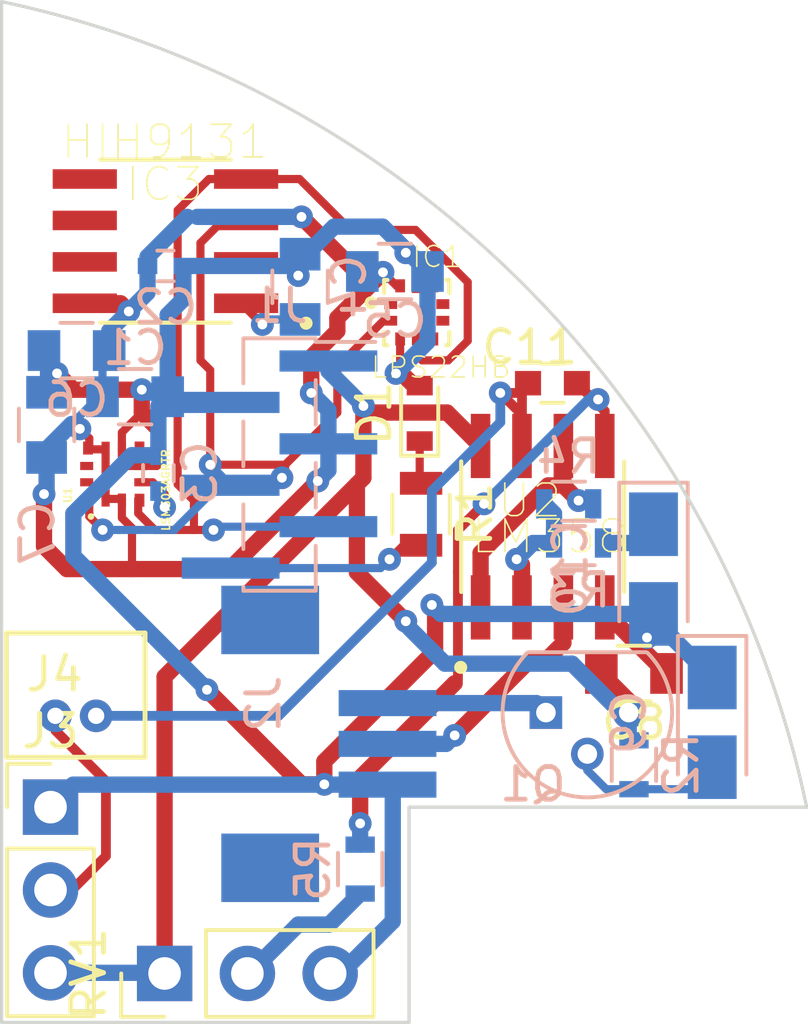
<source format=kicad_pcb>
(kicad_pcb (version 4) (host pcbnew 4.0.7)

  (general
    (links 63)
    (no_connects 0)
    (area 5.362981 7.9652 83.9621 50.761901)
    (thickness 1.6)
    (drawings 13)
    (tracks 310)
    (zones 0)
    (modules 27)
    (nets 30)
  )

  (page User 129.997 102.006)
  (layers
    (0 F.Cu signal hide)
    (31 B.Cu signal hide)
    (32 B.Adhes user hide)
    (33 F.Adhes user hide)
    (34 B.Paste user hide)
    (35 F.Paste user hide)
    (36 B.SilkS user hide)
    (37 F.SilkS user hide)
    (38 B.Mask user hide)
    (39 F.Mask user hide)
    (40 Dwgs.User user hide)
    (41 Cmts.User user hide)
    (42 Eco1.User user hide)
    (43 Eco2.User user hide)
    (44 Edge.Cuts user)
    (45 Margin user hide)
    (46 B.CrtYd user hide)
    (47 F.CrtYd user hide)
    (48 B.Fab user hide)
    (49 F.Fab user hide)
  )

  (setup
    (last_trace_width 0.25)
    (user_trace_width 0.203)
    (user_trace_width 0.3)
    (user_trace_width 0.4)
    (user_trace_width 0.5)
    (trace_clearance 0.203)
    (zone_clearance 0.203)
    (zone_45_only no)
    (trace_min 0.203)
    (segment_width 0.2)
    (edge_width 0.1)
    (via_size 0.7)
    (via_drill 0.3)
    (via_min_size 0.7)
    (via_min_drill 0.3)
    (uvia_size 0.3)
    (uvia_drill 0.1)
    (uvias_allowed no)
    (uvia_min_size 0.2)
    (uvia_min_drill 0.1)
    (pcb_text_width 0.3)
    (pcb_text_size 1.5 1.5)
    (mod_edge_width 0.15)
    (mod_text_size 1 1)
    (mod_text_width 0.15)
    (pad_size 0.4 0.25)
    (pad_drill 0)
    (pad_to_mask_clearance 0)
    (aux_axis_origin 13.5636 13.6652)
    (grid_origin 13.5636 13.6652)
    (visible_elements 7FFF7BBF)
    (pcbplotparams
      (layerselection 0x010fc_80000001)
      (usegerberextensions true)
      (excludeedgelayer true)
      (linewidth 0.100000)
      (plotframeref false)
      (viasonmask true)
      (mode 1)
      (useauxorigin false)
      (hpglpennumber 1)
      (hpglpenspeed 20)
      (hpglpendiameter 15)
      (hpglpenoverlay 2)
      (psnegative false)
      (psa4output false)
      (plotreference true)
      (plotvalue true)
      (plotinvisibletext false)
      (padsonsilk false)
      (subtractmaskfromsilk true)
      (outputformat 1)
      (mirror false)
      (drillshape 0)
      (scaleselection 1)
      (outputdirectory Fabrication/))
  )

  (net 0 "")
  (net 1 GND)
  (net 2 "Net-(C3-Pad1)")
  (net 3 "Net-(C4-Pad1)")
  (net 4 "Net-(D1-Pad1)")
  (net 5 /SDA)
  (net 6 /SCL)
  (net 7 /LED)
  (net 8 +3V3)
  (net 9 +5V)
  (net 10 "Net-(C9-Pad2)")
  (net 11 "Net-(C10-Pad1)")
  (net 12 "Net-(C11-Pad2)")
  (net 13 /GAMMA)
  (net 14 "Net-(IC1-Pad5)")
  (net 15 "Net-(IC1-Pad7)")
  (net 16 "Net-(IC1-Pad6)")
  (net 17 "Net-(IC1-Pad1)")
  (net 18 "Net-(IC3-Pad5)")
  (net 19 "Net-(IC3-Pad6)")
  (net 20 "Net-(IC3-Pad7)")
  (net 21 "Net-(J2-Pad3)")
  (net 22 "Net-(J2-Pad2)")
  (net 23 /UV)
  (net 24 "Net-(R3-Pad1)")
  (net 25 "Net-(R4-Pad1)")
  (net 26 "Net-(R5-Pad2)")
  (net 27 "Net-(U1-Pad7)")
  (net 28 "Net-(U1-Pad11)")
  (net 29 "Net-(U1-Pad12)")

  (net_class Default "Toto je výchozí třída sítě."
    (clearance 0.203)
    (trace_width 0.25)
    (via_dia 0.7)
    (via_drill 0.3)
    (uvia_dia 0.3)
    (uvia_drill 0.1)
    (add_net +3V3)
    (add_net +5V)
    (add_net /GAMMA)
    (add_net /LED)
    (add_net /SCL)
    (add_net /SDA)
    (add_net /UV)
    (add_net GND)
    (add_net "Net-(C10-Pad1)")
    (add_net "Net-(C11-Pad2)")
    (add_net "Net-(C3-Pad1)")
    (add_net "Net-(C4-Pad1)")
    (add_net "Net-(C9-Pad2)")
    (add_net "Net-(D1-Pad1)")
    (add_net "Net-(IC1-Pad1)")
    (add_net "Net-(IC1-Pad5)")
    (add_net "Net-(IC1-Pad6)")
    (add_net "Net-(IC1-Pad7)")
    (add_net "Net-(IC3-Pad5)")
    (add_net "Net-(IC3-Pad6)")
    (add_net "Net-(IC3-Pad7)")
    (add_net "Net-(J2-Pad2)")
    (add_net "Net-(J2-Pad3)")
    (add_net "Net-(R3-Pad1)")
    (add_net "Net-(R4-Pad1)")
    (add_net "Net-(R5-Pad2)")
    (add_net "Net-(U1-Pad11)")
    (add_net "Net-(U1-Pad12)")
    (add_net "Net-(U1-Pad7)")
  )

  (module CanSat:LSM303AGRTR (layer F.Cu) (tedit 5A5CA59D) (tstamp 5A6CA002)
    (at 17.0034 28.1538 90)
    (path /5A5BB296)
    (attr smd)
    (fp_text reference U1 (at -0.642811 -1.40767 90) (layer F.SilkS)
      (effects (font (size 0.240901 0.240901) (thickness 0.05)))
    )
    (fp_text value LSM303AGRTR (at -0.489169 1.60144 90) (layer F.SilkS)
      (effects (font (size 0.240578 0.240578) (thickness 0.05)))
    )
    (fp_line (start -1 -1) (end 1 -1) (layer Dwgs.User) (width 0.127))
    (fp_line (start 1 1) (end -1 1) (layer Dwgs.User) (width 0.127))
    (fp_line (start -1 1) (end -1 -1) (layer Dwgs.User) (width 0.127))
    (fp_line (start -1.275 -1.275) (end 1.275 -1.275) (layer Dwgs.User) (width 0.05))
    (fp_line (start 1.275 -1.275) (end 1.275 1.275) (layer Dwgs.User) (width 0.05))
    (fp_line (start 1.275 1.275) (end -1.275 1.275) (layer Dwgs.User) (width 0.05))
    (fp_line (start -1.275 1.275) (end -1.275 -1.275) (layer Dwgs.User) (width 0.05))
    (fp_line (start 1 1) (end 1 -1) (layer Dwgs.User) (width 0.127))
    (fp_circle (center -1.3 -0.7) (end -1.2 -0.7) (layer F.SilkS) (width 0))
    (fp_poly (pts (xy -1.02124 -0.96) (xy -0.5 -0.96) (xy -0.5 -0.540656) (xy -1.02124 -0.540656)) (layer F.Mask) (width 0.381))
    (fp_poly (pts (xy -1.02448 -0.46) (xy -0.5 -0.46) (xy -0.5 -0.040176) (xy -1.02448 -0.040176)) (layer F.Mask) (width 0.381))
    (fp_poly (pts (xy -1.0229 0.04) (xy -0.5 0.04) (xy -0.5 0.46131) (xy -1.0229 0.46131)) (layer F.Mask) (width 0.381))
    (fp_poly (pts (xy -1.02254 0.54) (xy -0.5 0.54) (xy -0.5 0.962383) (xy -1.02254 0.962383)) (layer F.Mask) (width 0.381))
    (fp_poly (pts (xy 0.507431 -0.96) (xy 1.025 -0.96) (xy 1.025 -0.5426) (xy 0.507431 -0.5426)) (layer F.Mask) (width 0.381))
    (fp_poly (pts (xy 0.505883 -0.46) (xy 1.025 -0.46) (xy 1.025 -0.04007) (xy 0.505883 -0.04007)) (layer F.Mask) (width 0.381))
    (fp_poly (pts (xy 0.505743 0.04) (xy 1.025 0.04) (xy 1.025 0.460677) (xy 0.505743 0.460677)) (layer F.Mask) (width 0.381))
    (fp_poly (pts (xy 0.506835 0.54) (xy 1.025 0.54) (xy 1.025 0.963489) (xy 0.506835 0.963489)) (layer F.Mask) (width 0.381))
    (fp_poly (pts (xy -0.460897 -1.02) (xy -0.04 -1.02) (xy -0.04 -0.500975) (xy -0.460897 -0.500975)) (layer F.Mask) (width 0.381))
    (fp_poly (pts (xy 0.040096 -1.02) (xy 0.46 -1.02) (xy 0.46 -0.501201) (xy 0.040096 -0.501201)) (layer F.Mask) (width 0.381))
    (fp_poly (pts (xy -0.461656 0.5) (xy -0.04 0.5) (xy -0.04 1.02367) (xy -0.461656 1.02367)) (layer F.Mask) (width 0.381))
    (fp_poly (pts (xy 0.040164 0.5) (xy 0.46 0.5) (xy 0.46 1.02419) (xy 0.040164 1.02419)) (layer F.Mask) (width 0.381))
    (pad 1 smd rect (at -0.76 -0.75 90) (size 0.4 0.3) (drill (offset -0.04 -0.04)) (layers F.Cu F.Paste F.Mask)
      (net 6 /SCL))
    (pad 2 smd rect (at -0.76 -0.25 90) (size 0.4 0.25) (drill (offset -0.035 0)) (layers F.Cu F.Paste F.Mask)
      (net 8 +3V3))
    (pad 3 smd rect (at -0.76 0.25 90) (size 0.4 0.25) (drill (offset -0.035 0)) (layers F.Cu F.Paste F.Mask)
      (net 8 +3V3))
    (pad 4 smd rect (at -0.76 0.75 90) (size 0.4 0.3) (drill (offset -0.04 0.04)) (layers F.Cu F.Paste F.Mask)
      (net 5 /SDA))
    (pad 5 smd rect (at -0.25 0.76 180) (size 0.4 0.25) (drill (offset -0.07 0)) (layers F.Cu F.Paste F.Mask)
      (net 2 "Net-(C3-Pad1)"))
    (pad 6 smd rect (at 0.25 0.76 180) (size 0.4 0.25) (drill (offset -0.07 0)) (layers F.Cu F.Paste F.Mask)
      (net 1 GND))
    (pad 7 smd rect (at 0.76 0.75 90) (size 0.4 0.3) (drill (offset 0.04 0.04)) (layers F.Cu F.Paste F.Mask)
      (net 27 "Net-(U1-Pad7)"))
    (pad 8 smd rect (at 0.76 0.25 90) (size 0.4 0.25) (drill (offset 0.035 0)) (layers F.Cu F.Paste F.Mask)
      (net 1 GND))
    (pad 9 smd rect (at 0.76 -0.25 90) (size 0.4 0.25) (drill (offset 0.035 0)) (layers F.Cu F.Paste F.Mask)
      (net 8 +3V3))
    (pad 10 smd rect (at 0.76 -0.75 90) (size 0.4 0.3) (drill (offset 0.04 -0.04)) (layers F.Cu F.Paste F.Mask)
      (net 8 +3V3))
    (pad 11 smd rect (at 0.25 -0.76 180) (size 0.4 0.25) (drill (offset 0.07 0)) (layers F.Cu F.Paste F.Mask)
      (net 28 "Net-(U1-Pad11)"))
    (pad 12 smd rect (at -0.25 -0.76 180) (size 0.4 0.25) (drill (offset 0.07 0)) (layers F.Cu F.Paste F.Mask)
      (net 29 "Net-(U1-Pad12)"))
  )

  (module Capacitors_SMD:C_0805 (layer B.Cu) (tedit 58AA8463) (tstamp 5A5BA0BE)
    (at 17.6586 25.7802 180)
    (descr "Capacitor SMD 0805, reflow soldering, AVX (see smccp.pdf)")
    (tags "capacitor 0805")
    (path /5A4CC8D9)
    (attr smd)
    (fp_text reference C1 (at 0 1.5 180) (layer B.SilkS)
      (effects (font (size 1 1) (thickness 0.15)) (justify mirror))
    )
    (fp_text value "100 nF" (at 0 -1.75 180) (layer B.Fab)
      (effects (font (size 1 1) (thickness 0.15)) (justify mirror))
    )
    (fp_text user %R (at 0 1.5 180) (layer B.Fab)
      (effects (font (size 1 1) (thickness 0.15)) (justify mirror))
    )
    (fp_line (start -1 -0.62) (end -1 0.62) (layer B.Fab) (width 0.1))
    (fp_line (start 1 -0.62) (end -1 -0.62) (layer B.Fab) (width 0.1))
    (fp_line (start 1 0.62) (end 1 -0.62) (layer B.Fab) (width 0.1))
    (fp_line (start -1 0.62) (end 1 0.62) (layer B.Fab) (width 0.1))
    (fp_line (start 0.5 0.85) (end -0.5 0.85) (layer B.SilkS) (width 0.12))
    (fp_line (start -0.5 -0.85) (end 0.5 -0.85) (layer B.SilkS) (width 0.12))
    (fp_line (start -1.75 0.88) (end 1.75 0.88) (layer B.CrtYd) (width 0.05))
    (fp_line (start -1.75 0.88) (end -1.75 -0.87) (layer B.CrtYd) (width 0.05))
    (fp_line (start 1.75 -0.87) (end 1.75 0.88) (layer B.CrtYd) (width 0.05))
    (fp_line (start 1.75 -0.87) (end -1.75 -0.87) (layer B.CrtYd) (width 0.05))
    (pad 1 smd rect (at -1 0 180) (size 1 1.25) (layers B.Cu B.Paste B.Mask)
      (net 1 GND))
    (pad 2 smd rect (at 1 0 180) (size 1 1.25) (layers B.Cu B.Paste B.Mask)
      (net 8 +3V3))
    (model Capacitors_SMD.3dshapes/C_0805.wrl
      (at (xyz 0 0 0))
      (scale (xyz 1 1 1))
      (rotate (xyz 0 0 0))
    )
  )

  (module Capacitors_SMD:C_0402 (layer B.Cu) (tedit 58AA841A) (tstamp 5A5BA0CF)
    (at 18.59 21.77)
    (descr "Capacitor SMD 0402, reflow soldering, AVX (see smccp.pdf)")
    (tags "capacitor 0402")
    (path /5A4CC89B)
    (attr smd)
    (fp_text reference C2 (at 0 1.27) (layer B.SilkS)
      (effects (font (size 1 1) (thickness 0.15)) (justify mirror))
    )
    (fp_text value "0.22 uF" (at 0 -1.27) (layer B.Fab)
      (effects (font (size 1 1) (thickness 0.15)) (justify mirror))
    )
    (fp_text user %R (at 0 1.27) (layer B.Fab)
      (effects (font (size 1 1) (thickness 0.15)) (justify mirror))
    )
    (fp_line (start -0.5 -0.25) (end -0.5 0.25) (layer B.Fab) (width 0.1))
    (fp_line (start 0.5 -0.25) (end -0.5 -0.25) (layer B.Fab) (width 0.1))
    (fp_line (start 0.5 0.25) (end 0.5 -0.25) (layer B.Fab) (width 0.1))
    (fp_line (start -0.5 0.25) (end 0.5 0.25) (layer B.Fab) (width 0.1))
    (fp_line (start 0.25 0.47) (end -0.25 0.47) (layer B.SilkS) (width 0.12))
    (fp_line (start -0.25 -0.47) (end 0.25 -0.47) (layer B.SilkS) (width 0.12))
    (fp_line (start -1 0.4) (end 1 0.4) (layer B.CrtYd) (width 0.05))
    (fp_line (start -1 0.4) (end -1 -0.4) (layer B.CrtYd) (width 0.05))
    (fp_line (start 1 -0.4) (end 1 0.4) (layer B.CrtYd) (width 0.05))
    (fp_line (start 1 -0.4) (end -1 -0.4) (layer B.CrtYd) (width 0.05))
    (pad 1 smd rect (at -0.55 0) (size 0.6 0.5) (layers B.Cu B.Paste B.Mask)
      (net 8 +3V3))
    (pad 2 smd rect (at 0.55 0) (size 0.6 0.5) (layers B.Cu B.Paste B.Mask)
      (net 1 GND))
    (model Capacitors_SMD.3dshapes/C_0402.wrl
      (at (xyz 0 0 0))
      (scale (xyz 1 1 1))
      (rotate (xyz 0 0 0))
    )
  )

  (module Capacitors_SMD:C_0402 (layer B.Cu) (tedit 58AA841A) (tstamp 5A5BA0E0)
    (at 18.3734 28.1238 90)
    (descr "Capacitor SMD 0402, reflow soldering, AVX (see smccp.pdf)")
    (tags "capacitor 0402")
    (path /5A4CC8DA)
    (attr smd)
    (fp_text reference C3 (at 0 1.27 90) (layer B.SilkS)
      (effects (font (size 1 1) (thickness 0.15)) (justify mirror))
    )
    (fp_text value "0.22 uF" (at 0 -1.27 90) (layer B.Fab)
      (effects (font (size 1 1) (thickness 0.15)) (justify mirror))
    )
    (fp_text user %R (at 0 1.27 90) (layer B.Fab)
      (effects (font (size 1 1) (thickness 0.15)) (justify mirror))
    )
    (fp_line (start -0.5 -0.25) (end -0.5 0.25) (layer B.Fab) (width 0.1))
    (fp_line (start 0.5 -0.25) (end -0.5 -0.25) (layer B.Fab) (width 0.1))
    (fp_line (start 0.5 0.25) (end 0.5 -0.25) (layer B.Fab) (width 0.1))
    (fp_line (start -0.5 0.25) (end 0.5 0.25) (layer B.Fab) (width 0.1))
    (fp_line (start 0.25 0.47) (end -0.25 0.47) (layer B.SilkS) (width 0.12))
    (fp_line (start -0.25 -0.47) (end 0.25 -0.47) (layer B.SilkS) (width 0.12))
    (fp_line (start -1 0.4) (end 1 0.4) (layer B.CrtYd) (width 0.05))
    (fp_line (start -1 0.4) (end -1 -0.4) (layer B.CrtYd) (width 0.05))
    (fp_line (start 1 -0.4) (end 1 0.4) (layer B.CrtYd) (width 0.05))
    (fp_line (start 1 -0.4) (end -1 -0.4) (layer B.CrtYd) (width 0.05))
    (pad 1 smd rect (at -0.55 0 90) (size 0.6 0.5) (layers B.Cu B.Paste B.Mask)
      (net 2 "Net-(C3-Pad1)"))
    (pad 2 smd rect (at 0.55 0 90) (size 0.6 0.5) (layers B.Cu B.Paste B.Mask)
      (net 1 GND))
    (model Capacitors_SMD.3dshapes/C_0402.wrl
      (at (xyz 0 0 0))
      (scale (xyz 1 1 1))
      (rotate (xyz 0 0 0))
    )
  )

  (module Capacitors_SMD:C_0805 (layer B.Cu) (tedit 58AA8463) (tstamp 5A5BA0F1)
    (at 22.72 22.41 90)
    (descr "Capacitor SMD 0805, reflow soldering, AVX (see smccp.pdf)")
    (tags "capacitor 0805")
    (path /5A4CC89C)
    (attr smd)
    (fp_text reference C4 (at 0 1.5 90) (layer B.SilkS)
      (effects (font (size 1 1) (thickness 0.15)) (justify mirror))
    )
    (fp_text value "100 nF" (at 0 -1.75 90) (layer B.Fab)
      (effects (font (size 1 1) (thickness 0.15)) (justify mirror))
    )
    (fp_text user %R (at 0 1.5 90) (layer B.Fab)
      (effects (font (size 1 1) (thickness 0.15)) (justify mirror))
    )
    (fp_line (start -1 -0.62) (end -1 0.62) (layer B.Fab) (width 0.1))
    (fp_line (start 1 -0.62) (end -1 -0.62) (layer B.Fab) (width 0.1))
    (fp_line (start 1 0.62) (end 1 -0.62) (layer B.Fab) (width 0.1))
    (fp_line (start -1 0.62) (end 1 0.62) (layer B.Fab) (width 0.1))
    (fp_line (start 0.5 0.85) (end -0.5 0.85) (layer B.SilkS) (width 0.12))
    (fp_line (start -0.5 -0.85) (end 0.5 -0.85) (layer B.SilkS) (width 0.12))
    (fp_line (start -1.75 0.88) (end 1.75 0.88) (layer B.CrtYd) (width 0.05))
    (fp_line (start -1.75 0.88) (end -1.75 -0.87) (layer B.CrtYd) (width 0.05))
    (fp_line (start 1.75 -0.87) (end 1.75 0.88) (layer B.CrtYd) (width 0.05))
    (fp_line (start 1.75 -0.87) (end -1.75 -0.87) (layer B.CrtYd) (width 0.05))
    (pad 1 smd rect (at -1 0 90) (size 1 1.25) (layers B.Cu B.Paste B.Mask)
      (net 3 "Net-(C4-Pad1)"))
    (pad 2 smd rect (at 1 0 90) (size 1 1.25) (layers B.Cu B.Paste B.Mask)
      (net 1 GND))
    (model Capacitors_SMD.3dshapes/C_0805.wrl
      (at (xyz 0 0 0))
      (scale (xyz 1 1 1))
      (rotate (xyz 0 0 0))
    )
  )

  (module Capacitors_SMD:C_0805 (layer B.Cu) (tedit 5A76205C) (tstamp 5A5BA102)
    (at 25.63 21.94)
    (descr "Capacitor SMD 0805, reflow soldering, AVX (see smccp.pdf)")
    (tags "capacitor 0805")
    (path /5A4CC8A4)
    (attr smd)
    (fp_text reference C5 (at 0 1.5) (layer B.SilkS)
      (effects (font (size 1 1) (thickness 0.15)) (justify mirror))
    )
    (fp_text value "100 nF" (at -0.3664 -1.2748) (layer B.Fab)
      (effects (font (size 1 1) (thickness 0.15)) (justify mirror))
    )
    (fp_text user %R (at 0 1.5) (layer B.Fab)
      (effects (font (size 1 1) (thickness 0.15)) (justify mirror))
    )
    (fp_line (start -1 -0.62) (end -1 0.62) (layer B.Fab) (width 0.1))
    (fp_line (start 1 -0.62) (end -1 -0.62) (layer B.Fab) (width 0.1))
    (fp_line (start 1 0.62) (end 1 -0.62) (layer B.Fab) (width 0.1))
    (fp_line (start -1 0.62) (end 1 0.62) (layer B.Fab) (width 0.1))
    (fp_line (start 0.5 0.85) (end -0.5 0.85) (layer B.SilkS) (width 0.12))
    (fp_line (start -0.5 -0.85) (end 0.5 -0.85) (layer B.SilkS) (width 0.12))
    (fp_line (start -1.75 0.88) (end 1.75 0.88) (layer B.CrtYd) (width 0.05))
    (fp_line (start -1.75 0.88) (end -1.75 -0.87) (layer B.CrtYd) (width 0.05))
    (fp_line (start 1.75 -0.87) (end 1.75 0.88) (layer B.CrtYd) (width 0.05))
    (fp_line (start 1.75 -0.87) (end -1.75 -0.87) (layer B.CrtYd) (width 0.05))
    (pad 1 smd rect (at -1 0) (size 1 1.25) (layers B.Cu B.Paste B.Mask)
      (net 8 +3V3))
    (pad 2 smd rect (at 1 0) (size 1 1.25) (layers B.Cu B.Paste B.Mask)
      (net 1 GND))
    (model Capacitors_SMD.3dshapes/C_0805.wrl
      (at (xyz 0 0 0))
      (scale (xyz 1 1 1))
      (rotate (xyz 0 0 0))
    )
  )

  (module Capacitors_SMD:C_0805 (layer B.Cu) (tedit 58AA8463) (tstamp 5A5BA113)
    (at 15.8636 24.3652)
    (descr "Capacitor SMD 0805, reflow soldering, AVX (see smccp.pdf)")
    (tags "capacitor 0805")
    (path /5A4CC8D8)
    (attr smd)
    (fp_text reference C6 (at 0 1.5) (layer B.SilkS)
      (effects (font (size 1 1) (thickness 0.15)) (justify mirror))
    )
    (fp_text value "10 uF" (at 0 -1.75) (layer B.Fab)
      (effects (font (size 1 1) (thickness 0.15)) (justify mirror))
    )
    (fp_text user %R (at 0 1.5) (layer B.Fab)
      (effects (font (size 1 1) (thickness 0.15)) (justify mirror))
    )
    (fp_line (start -1 -0.62) (end -1 0.62) (layer B.Fab) (width 0.1))
    (fp_line (start 1 -0.62) (end -1 -0.62) (layer B.Fab) (width 0.1))
    (fp_line (start 1 0.62) (end 1 -0.62) (layer B.Fab) (width 0.1))
    (fp_line (start -1 0.62) (end 1 0.62) (layer B.Fab) (width 0.1))
    (fp_line (start 0.5 0.85) (end -0.5 0.85) (layer B.SilkS) (width 0.12))
    (fp_line (start -0.5 -0.85) (end 0.5 -0.85) (layer B.SilkS) (width 0.12))
    (fp_line (start -1.75 0.88) (end 1.75 0.88) (layer B.CrtYd) (width 0.05))
    (fp_line (start -1.75 0.88) (end -1.75 -0.87) (layer B.CrtYd) (width 0.05))
    (fp_line (start 1.75 -0.87) (end 1.75 0.88) (layer B.CrtYd) (width 0.05))
    (fp_line (start 1.75 -0.87) (end -1.75 -0.87) (layer B.CrtYd) (width 0.05))
    (pad 1 smd rect (at -1 0) (size 1 1.25) (layers B.Cu B.Paste B.Mask)
      (net 1 GND))
    (pad 2 smd rect (at 1 0) (size 1 1.25) (layers B.Cu B.Paste B.Mask)
      (net 8 +3V3))
    (model Capacitors_SMD.3dshapes/C_0805.wrl
      (at (xyz 0 0 0))
      (scale (xyz 1 1 1))
      (rotate (xyz 0 0 0))
    )
  )

  (module Diodes_SMD:D_0603 (layer F.Cu) (tedit 590CE922) (tstamp 5A5BA12B)
    (at 26.39 26.29 90)
    (descr "Diode SMD in 0603 package http://datasheets.avx.com/schottky.pdf")
    (tags "smd diode")
    (path /5A4CC8A7)
    (attr smd)
    (fp_text reference D1 (at 0 -1.4 90) (layer F.SilkS)
      (effects (font (size 1 1) (thickness 0.15)))
    )
    (fp_text value LED (at 0 1.4 90) (layer F.Fab)
      (effects (font (size 1 1) (thickness 0.15)))
    )
    (fp_text user %R (at 0 -1.4 90) (layer F.Fab)
      (effects (font (size 1 1) (thickness 0.15)))
    )
    (fp_line (start -1.3 -0.57) (end -1.3 0.57) (layer F.SilkS) (width 0.12))
    (fp_line (start 1.4 0.67) (end 1.4 -0.67) (layer F.CrtYd) (width 0.05))
    (fp_line (start -1.4 0.67) (end 1.4 0.67) (layer F.CrtYd) (width 0.05))
    (fp_line (start -1.4 -0.67) (end -1.4 0.67) (layer F.CrtYd) (width 0.05))
    (fp_line (start 1.4 -0.67) (end -1.4 -0.67) (layer F.CrtYd) (width 0.05))
    (fp_line (start 0.2 0) (end 0.4 0) (layer F.Fab) (width 0.1))
    (fp_line (start -0.1 0) (end -0.3 0) (layer F.Fab) (width 0.1))
    (fp_line (start -0.1 -0.2) (end -0.1 0.2) (layer F.Fab) (width 0.1))
    (fp_line (start 0.2 0.2) (end 0.2 -0.2) (layer F.Fab) (width 0.1))
    (fp_line (start -0.1 0) (end 0.2 0.2) (layer F.Fab) (width 0.1))
    (fp_line (start 0.2 -0.2) (end -0.1 0) (layer F.Fab) (width 0.1))
    (fp_line (start -0.8 0.45) (end -0.8 -0.45) (layer F.Fab) (width 0.1))
    (fp_line (start 0.8 0.45) (end -0.8 0.45) (layer F.Fab) (width 0.1))
    (fp_line (start 0.8 -0.45) (end 0.8 0.45) (layer F.Fab) (width 0.1))
    (fp_line (start -0.8 -0.45) (end 0.8 -0.45) (layer F.Fab) (width 0.1))
    (fp_line (start -1.3 0.57) (end 0.8 0.57) (layer F.SilkS) (width 0.12))
    (fp_line (start -1.3 -0.57) (end 0.8 -0.57) (layer F.SilkS) (width 0.12))
    (pad 1 smd rect (at -0.85 0 90) (size 0.6 0.8) (layers F.Cu F.Paste F.Mask)
      (net 4 "Net-(D1-Pad1)"))
    (pad 2 smd rect (at 0.85 0 90) (size 0.6 0.8) (layers F.Cu F.Paste F.Mask)
      (net 1 GND))
    (model ${KISYS3DMOD}/Diodes_SMD.3dshapes/D_0603.wrl
      (at (xyz 0 0 0))
      (scale (xyz 1 1 1))
      (rotate (xyz 0 0 0))
    )
  )

  (module LPS22HB:LGA10R50P2X3_200X200X80 (layer F.Cu) (tedit 5A7223C7) (tstamp 5A5BA146)
    (at 26.3 23.2)
    (path /5A4CC8A3)
    (attr smd)
    (fp_text reference IC1 (at 0.6277 -1.71214) (layer F.SilkS)
      (effects (font (size 0.642151 0.642151) (thickness 0.05)))
    )
    (fp_text value LPS22HB (at 0.74 1.68) (layer F.SilkS)
      (effects (font (size 0.64173 0.64173) (thickness 0.05)))
    )
    (fp_line (start -0.9 -1) (end -1 -1) (layer F.SilkS) (width 0.127))
    (fp_line (start -1 -1) (end -1 -0.6) (layer F.SilkS) (width 0.127))
    (fp_line (start 0.9 1) (end 1 1) (layer F.SilkS) (width 0.127))
    (fp_line (start 1 1) (end 1 0.6) (layer F.SilkS) (width 0.127))
    (fp_line (start 1 -1) (end 1 -0.6) (layer F.SilkS) (width 0.127))
    (fp_line (start -0.9 1) (end -1 1) (layer F.SilkS) (width 0.127))
    (fp_line (start -1 0.6) (end -1 1) (layer F.SilkS) (width 0.127))
    (fp_line (start 1 -1) (end 0.9 -1) (layer F.SilkS) (width 0.127))
    (fp_line (start -1.3 -1.3) (end 1.3 -1.3) (layer Dwgs.User) (width 0.05))
    (fp_line (start 1.3 -1.3) (end 1.3 1.3) (layer Dwgs.User) (width 0.05))
    (fp_line (start 1.3 1.3) (end -1.3 1.3) (layer Dwgs.User) (width 0.05))
    (fp_line (start -1.3 1.3) (end -1.3 -1.3) (layer Dwgs.User) (width 0.05))
    (fp_circle (center -1.4 -0.3) (end -1.3 -0.3) (layer F.SilkS) (width 0.2))
    (pad 3 smd rect (at -0.51 0.81 90) (size 0.4 0.3) (layers F.Cu F.Paste F.Mask)
      (net 1 GND))
    (pad 4 smd rect (at 0 0.8 90) (size 0.4 0.3) (layers F.Cu F.Paste F.Mask)
      (net 5 /SDA))
    (pad 5 smd rect (at 0.51 0.81 90) (size 0.4 0.3) (layers F.Cu F.Paste F.Mask)
      (net 14 "Net-(IC1-Pad5)"))
    (pad 7 smd rect (at 0.8 -0.26 180) (size 0.4 0.3) (layers F.Cu F.Paste F.Mask)
      (net 15 "Net-(IC1-Pad7)"))
    (pad 6 smd rect (at 0.8 0.25 180) (size 0.4 0.3) (layers F.Cu F.Paste F.Mask)
      (net 16 "Net-(IC1-Pad6)"))
    (pad 8 smd rect (at 0.51 -0.82 270) (size 0.4 0.3) (layers F.Cu F.Paste F.Mask)
      (net 1 GND))
    (pad 9 smd rect (at 0 -0.8 270) (size 0.4 0.3) (layers F.Cu F.Paste F.Mask)
      (net 1 GND))
    (pad 10 smd rect (at -0.51 -0.82 270) (size 0.4 0.3) (layers F.Cu F.Paste F.Mask)
      (net 8 +3V3))
    (pad 2 smd rect (at -0.8 0.25) (size 0.4 0.3) (layers F.Cu F.Paste F.Mask)
      (net 6 /SCL))
    (pad 1 smd rect (at -0.8 -0.26) (size 0.4 0.3) (layers F.Cu F.Paste F.Mask)
      (net 17 "Net-(IC1-Pad1)"))
  )

  (module Resistors_SMD:R_0805 (layer F.Cu) (tedit 58E0A804) (tstamp 5A5BA1C0)
    (at 26.4336 29.3852 270)
    (descr "Resistor SMD 0805, reflow soldering, Vishay (see dcrcw.pdf)")
    (tags "resistor 0805")
    (path /5A51DC75)
    (attr smd)
    (fp_text reference R1 (at 0 -1.65 270) (layer F.SilkS)
      (effects (font (size 1 1) (thickness 0.15)))
    )
    (fp_text value 150 (at 0 1.75 270) (layer F.Fab)
      (effects (font (size 1 1) (thickness 0.15)))
    )
    (fp_text user %R (at 0 0 270) (layer F.Fab)
      (effects (font (size 0.5 0.5) (thickness 0.075)))
    )
    (fp_line (start -1 0.62) (end -1 -0.62) (layer F.Fab) (width 0.1))
    (fp_line (start 1 0.62) (end -1 0.62) (layer F.Fab) (width 0.1))
    (fp_line (start 1 -0.62) (end 1 0.62) (layer F.Fab) (width 0.1))
    (fp_line (start -1 -0.62) (end 1 -0.62) (layer F.Fab) (width 0.1))
    (fp_line (start 0.6 0.88) (end -0.6 0.88) (layer F.SilkS) (width 0.12))
    (fp_line (start -0.6 -0.88) (end 0.6 -0.88) (layer F.SilkS) (width 0.12))
    (fp_line (start -1.55 -0.9) (end 1.55 -0.9) (layer F.CrtYd) (width 0.05))
    (fp_line (start -1.55 -0.9) (end -1.55 0.9) (layer F.CrtYd) (width 0.05))
    (fp_line (start 1.55 0.9) (end 1.55 -0.9) (layer F.CrtYd) (width 0.05))
    (fp_line (start 1.55 0.9) (end -1.55 0.9) (layer F.CrtYd) (width 0.05))
    (pad 1 smd rect (at -0.95 0 270) (size 0.7 1.3) (layers F.Cu F.Paste F.Mask)
      (net 4 "Net-(D1-Pad1)"))
    (pad 2 smd rect (at 0.95 0 270) (size 0.7 1.3) (layers F.Cu F.Paste F.Mask)
      (net 7 /LED))
    (model ${KISYS3DMOD}/Resistors_SMD.3dshapes/R_0805.wrl
      (at (xyz 0 0 0))
      (scale (xyz 1 1 1))
      (rotate (xyz 0 0 0))
    )
  )

  (module Capacitors_SMD:C_0805 (layer B.Cu) (tedit 5A76202F) (tstamp 5A61491E)
    (at 14.9434 26.6438 270)
    (descr "Capacitor SMD 0805, reflow soldering, AVX (see smccp.pdf)")
    (tags "capacitor 0805")
    (path /5A5BB4B9)
    (attr smd)
    (fp_text reference C7 (at 3.3214 0.2798 270) (layer B.SilkS)
      (effects (font (size 1 1) (thickness 0.15)) (justify mirror))
    )
    (fp_text value "100 nF" (at 0 -1.75 270) (layer B.Fab)
      (effects (font (size 1 1) (thickness 0.15)) (justify mirror))
    )
    (fp_text user %R (at 0 1.5 270) (layer B.Fab)
      (effects (font (size 1 1) (thickness 0.15)) (justify mirror))
    )
    (fp_line (start -1 -0.62) (end -1 0.62) (layer B.Fab) (width 0.1))
    (fp_line (start 1 -0.62) (end -1 -0.62) (layer B.Fab) (width 0.1))
    (fp_line (start 1 0.62) (end 1 -0.62) (layer B.Fab) (width 0.1))
    (fp_line (start -1 0.62) (end 1 0.62) (layer B.Fab) (width 0.1))
    (fp_line (start 0.5 0.85) (end -0.5 0.85) (layer B.SilkS) (width 0.12))
    (fp_line (start -0.5 -0.85) (end 0.5 -0.85) (layer B.SilkS) (width 0.12))
    (fp_line (start -1.75 0.88) (end 1.75 0.88) (layer B.CrtYd) (width 0.05))
    (fp_line (start -1.75 0.88) (end -1.75 -0.87) (layer B.CrtYd) (width 0.05))
    (fp_line (start 1.75 -0.87) (end 1.75 0.88) (layer B.CrtYd) (width 0.05))
    (fp_line (start 1.75 -0.87) (end -1.75 -0.87) (layer B.CrtYd) (width 0.05))
    (pad 1 smd rect (at -1 0 270) (size 1 1.25) (layers B.Cu B.Paste B.Mask)
      (net 1 GND))
    (pad 2 smd rect (at 1 0 270) (size 1 1.25) (layers B.Cu B.Paste B.Mask)
      (net 8 +3V3))
    (model Capacitors_SMD.3dshapes/C_0805.wrl
      (at (xyz 0 0 0))
      (scale (xyz 1 1 1))
      (rotate (xyz 0 0 0))
    )
  )

  (module SOIC127P600X175-8N:SOIC127P600X175-8N (layer F.Cu) (tedit 5A762025) (tstamp 5A61491F)
    (at 18.59 21.01 180)
    (path /5A4CC89A)
    (attr smd)
    (fp_text reference IC3 (at 0.0264 1.7448 180) (layer F.SilkS)
      (effects (font (size 1 1) (thickness 0.05)))
    )
    (fp_text value HIH9131 (at 0.0264 3.0448 180) (layer F.SilkS)
      (effects (font (size 1 1) (thickness 0.05)))
    )
    (fp_circle (center -4.315 -2.515) (end -4.115 -2.515) (layer F.SilkS) (width 0))
    (fp_circle (center -4.315 -2.515) (end -4.115 -2.515) (layer Dwgs.User) (width 0))
    (fp_line (start -2 -2.5) (end 2 -2.5) (layer Dwgs.User) (width 0.127))
    (fp_line (start -2 2.5) (end 2 2.5) (layer Dwgs.User) (width 0.127))
    (fp_line (start -2 -2.5) (end 2 -2.5) (layer F.SilkS) (width 0.127))
    (fp_line (start -2 2.5) (end 2 2.5) (layer F.SilkS) (width 0.127))
    (fp_line (start -2 -2.5) (end -2 2.5) (layer Dwgs.User) (width 0.127))
    (fp_line (start 2 -2.5) (end 2 2.5) (layer Dwgs.User) (width 0.127))
    (fp_line (start -3.71 -2.75) (end 3.71 -2.75) (layer Dwgs.User) (width 0.05))
    (fp_line (start -3.71 2.75) (end 3.71 2.75) (layer Dwgs.User) (width 0.05))
    (fp_line (start -3.71 -2.75) (end -3.71 2.75) (layer Dwgs.User) (width 0.05))
    (fp_line (start 3.71 -2.75) (end 3.71 2.75) (layer Dwgs.User) (width 0.05))
    (pad 1 smd rect (at -2.475 -1.905 180) (size 1.97 0.6) (layers F.Cu F.Paste F.Mask)
      (net 3 "Net-(C4-Pad1)"))
    (pad 2 smd rect (at -2.475 -0.635 180) (size 1.97 0.6) (layers F.Cu F.Paste F.Mask)
      (net 1 GND))
    (pad 3 smd rect (at -2.475 0.635 180) (size 1.97 0.6) (layers F.Cu F.Paste F.Mask)
      (net 6 /SCL))
    (pad 4 smd rect (at -2.475 1.905 180) (size 1.97 0.6) (layers F.Cu F.Paste F.Mask)
      (net 5 /SDA))
    (pad 5 smd rect (at 2.475 1.905 180) (size 1.97 0.6) (layers F.Cu F.Paste F.Mask)
      (net 18 "Net-(IC3-Pad5)"))
    (pad 6 smd rect (at 2.475 0.635 180) (size 1.97 0.6) (layers F.Cu F.Paste F.Mask)
      (net 19 "Net-(IC3-Pad6)"))
    (pad 7 smd rect (at 2.475 -0.635 180) (size 1.97 0.6) (layers F.Cu F.Paste F.Mask)
      (net 20 "Net-(IC3-Pad7)"))
    (pad 8 smd rect (at 2.475 -1.905 180) (size 1.97 0.6) (layers F.Cu F.Paste F.Mask)
      (net 8 +3V3))
  )

  (module Capacitors_SMD:C_0805 (layer F.Cu) (tedit 58AA8463) (tstamp 5A75F132)
    (at 32.9636 34.2652 180)
    (descr "Capacitor SMD 0805, reflow soldering, AVX (see smccp.pdf)")
    (tags "capacitor 0805")
    (path /5A74DD69)
    (attr smd)
    (fp_text reference C8 (at 0 -1.5 180) (layer F.SilkS)
      (effects (font (size 1 1) (thickness 0.15)))
    )
    (fp_text value "100 nF" (at 0 1.75 180) (layer F.Fab)
      (effects (font (size 1 1) (thickness 0.15)))
    )
    (fp_text user %R (at 0 -1.5 180) (layer F.Fab)
      (effects (font (size 1 1) (thickness 0.15)))
    )
    (fp_line (start -1 0.62) (end -1 -0.62) (layer F.Fab) (width 0.1))
    (fp_line (start 1 0.62) (end -1 0.62) (layer F.Fab) (width 0.1))
    (fp_line (start 1 -0.62) (end 1 0.62) (layer F.Fab) (width 0.1))
    (fp_line (start -1 -0.62) (end 1 -0.62) (layer F.Fab) (width 0.1))
    (fp_line (start 0.5 -0.85) (end -0.5 -0.85) (layer F.SilkS) (width 0.12))
    (fp_line (start -0.5 0.85) (end 0.5 0.85) (layer F.SilkS) (width 0.12))
    (fp_line (start -1.75 -0.88) (end 1.75 -0.88) (layer F.CrtYd) (width 0.05))
    (fp_line (start -1.75 -0.88) (end -1.75 0.87) (layer F.CrtYd) (width 0.05))
    (fp_line (start 1.75 0.87) (end 1.75 -0.88) (layer F.CrtYd) (width 0.05))
    (fp_line (start 1.75 0.87) (end -1.75 0.87) (layer F.CrtYd) (width 0.05))
    (pad 1 smd rect (at -1 0 180) (size 1 1.25) (layers F.Cu F.Paste F.Mask)
      (net 1 GND))
    (pad 2 smd rect (at 1 0 180) (size 1 1.25) (layers F.Cu F.Paste F.Mask)
      (net 9 +5V))
    (model Capacitors_SMD.3dshapes/C_0805.wrl
      (at (xyz 0 0 0))
      (scale (xyz 1 1 1))
      (rotate (xyz 0 0 0))
    )
  )

  (module Capacitors_Tantalum_SMD:CP_Tantalum_Case-A_EIA-3216-18_Reflow (layer B.Cu) (tedit 5A76203F) (tstamp 5A75F146)
    (at 35.3636 35.7652 270)
    (descr "Tantalum capacitor, Case A, EIA 3216-18, 3.2x1.6x1.6mm, Reflow soldering footprint")
    (tags "capacitor tantalum smd")
    (path /5A74DAE7)
    (attr smd)
    (fp_text reference C9 (at 0 2.55 270) (layer B.SilkS)
      (effects (font (size 1 1) (thickness 0.15)) (justify mirror))
    )
    (fp_text value "100 uF" (at 0.2 -1.5 270) (layer B.Fab)
      (effects (font (size 1 1) (thickness 0.15)) (justify mirror))
    )
    (fp_text user %R (at 0 0 270) (layer B.Fab)
      (effects (font (size 0.7 0.7) (thickness 0.105)) (justify mirror))
    )
    (fp_line (start -2.75 1.2) (end -2.75 -1.2) (layer B.CrtYd) (width 0.05))
    (fp_line (start -2.75 -1.2) (end 2.75 -1.2) (layer B.CrtYd) (width 0.05))
    (fp_line (start 2.75 -1.2) (end 2.75 1.2) (layer B.CrtYd) (width 0.05))
    (fp_line (start 2.75 1.2) (end -2.75 1.2) (layer B.CrtYd) (width 0.05))
    (fp_line (start -1.6 0.8) (end -1.6 -0.8) (layer B.Fab) (width 0.1))
    (fp_line (start -1.6 -0.8) (end 1.6 -0.8) (layer B.Fab) (width 0.1))
    (fp_line (start 1.6 -0.8) (end 1.6 0.8) (layer B.Fab) (width 0.1))
    (fp_line (start 1.6 0.8) (end -1.6 0.8) (layer B.Fab) (width 0.1))
    (fp_line (start -1.28 0.8) (end -1.28 -0.8) (layer B.Fab) (width 0.1))
    (fp_line (start -1.12 0.8) (end -1.12 -0.8) (layer B.Fab) (width 0.1))
    (fp_line (start -2.65 1.05) (end 1.6 1.05) (layer B.SilkS) (width 0.12))
    (fp_line (start -2.65 -1.05) (end 1.6 -1.05) (layer B.SilkS) (width 0.12))
    (fp_line (start -2.65 1.05) (end -2.65 -1.05) (layer B.SilkS) (width 0.12))
    (pad 1 smd rect (at -1.375 0 270) (size 1.95 1.5) (layers B.Cu B.Paste B.Mask)
      (net 1 GND))
    (pad 2 smd rect (at 1.375 0 270) (size 1.95 1.5) (layers B.Cu B.Paste B.Mask)
      (net 10 "Net-(C9-Pad2)"))
    (model Capacitors_Tantalum_SMD.3dshapes/CP_Tantalum_Case-A_EIA-3216-18.wrl
      (at (xyz 0 0 0))
      (scale (xyz 1 1 1))
      (rotate (xyz 0 0 0))
    )
  )

  (module Capacitors_Tantalum_SMD:CP_Tantalum_Case-A_EIA-3216-18_Reflow (layer B.Cu) (tedit 5A76204B) (tstamp 5A75F15A)
    (at 33.5636 31.0652 270)
    (descr "Tantalum capacitor, Case A, EIA 3216-18, 3.2x1.6x1.6mm, Reflow soldering footprint")
    (tags "capacitor tantalum smd")
    (path /5A74EC5C)
    (attr smd)
    (fp_text reference C10 (at 0 2.55 270) (layer B.SilkS)
      (effects (font (size 1 1) (thickness 0.15)) (justify mirror))
    )
    (fp_text value "100 uF" (at 0 -1.4 450) (layer B.Fab)
      (effects (font (size 1 1) (thickness 0.15)) (justify mirror))
    )
    (fp_text user %R (at 0 0 270) (layer B.Fab)
      (effects (font (size 0.7 0.7) (thickness 0.105)) (justify mirror))
    )
    (fp_line (start -2.75 1.2) (end -2.75 -1.2) (layer B.CrtYd) (width 0.05))
    (fp_line (start -2.75 -1.2) (end 2.75 -1.2) (layer B.CrtYd) (width 0.05))
    (fp_line (start 2.75 -1.2) (end 2.75 1.2) (layer B.CrtYd) (width 0.05))
    (fp_line (start 2.75 1.2) (end -2.75 1.2) (layer B.CrtYd) (width 0.05))
    (fp_line (start -1.6 0.8) (end -1.6 -0.8) (layer B.Fab) (width 0.1))
    (fp_line (start -1.6 -0.8) (end 1.6 -0.8) (layer B.Fab) (width 0.1))
    (fp_line (start 1.6 -0.8) (end 1.6 0.8) (layer B.Fab) (width 0.1))
    (fp_line (start 1.6 0.8) (end -1.6 0.8) (layer B.Fab) (width 0.1))
    (fp_line (start -1.28 0.8) (end -1.28 -0.8) (layer B.Fab) (width 0.1))
    (fp_line (start -1.12 0.8) (end -1.12 -0.8) (layer B.Fab) (width 0.1))
    (fp_line (start -2.65 1.05) (end 1.6 1.05) (layer B.SilkS) (width 0.12))
    (fp_line (start -2.65 -1.05) (end 1.6 -1.05) (layer B.SilkS) (width 0.12))
    (fp_line (start -2.65 1.05) (end -2.65 -1.05) (layer B.SilkS) (width 0.12))
    (pad 1 smd rect (at -1.375 0 270) (size 1.95 1.5) (layers B.Cu B.Paste B.Mask)
      (net 11 "Net-(C10-Pad1)"))
    (pad 2 smd rect (at 1.375 0 270) (size 1.95 1.5) (layers B.Cu B.Paste B.Mask)
      (net 1 GND))
    (model Capacitors_Tantalum_SMD.3dshapes/CP_Tantalum_Case-A_EIA-3216-18.wrl
      (at (xyz 0 0 0))
      (scale (xyz 1 1 1))
      (rotate (xyz 0 0 0))
    )
  )

  (module Capacitors_SMD:C_0603 (layer F.Cu) (tedit 5A762051) (tstamp 5A75F16B)
    (at 30.4636 25.3652)
    (descr "Capacitor SMD 0603, reflow soldering, AVX (see smccp.pdf)")
    (tags "capacitor 0603")
    (path /5A74F1D1)
    (attr smd)
    (fp_text reference C11 (at -0.7 -1.1) (layer F.SilkS)
      (effects (font (size 1 1) (thickness 0.15)))
    )
    (fp_text value "10 nF" (at 0 1.5) (layer F.Fab)
      (effects (font (size 1 1) (thickness 0.15)))
    )
    (fp_line (start 1.4 0.65) (end -1.4 0.65) (layer F.CrtYd) (width 0.05))
    (fp_line (start 1.4 0.65) (end 1.4 -0.65) (layer F.CrtYd) (width 0.05))
    (fp_line (start -1.4 -0.65) (end -1.4 0.65) (layer F.CrtYd) (width 0.05))
    (fp_line (start -1.4 -0.65) (end 1.4 -0.65) (layer F.CrtYd) (width 0.05))
    (fp_line (start 0.35 0.6) (end -0.35 0.6) (layer F.SilkS) (width 0.12))
    (fp_line (start -0.35 -0.6) (end 0.35 -0.6) (layer F.SilkS) (width 0.12))
    (fp_line (start -0.8 -0.4) (end 0.8 -0.4) (layer F.Fab) (width 0.1))
    (fp_line (start 0.8 -0.4) (end 0.8 0.4) (layer F.Fab) (width 0.1))
    (fp_line (start 0.8 0.4) (end -0.8 0.4) (layer F.Fab) (width 0.1))
    (fp_line (start -0.8 0.4) (end -0.8 -0.4) (layer F.Fab) (width 0.1))
    (fp_text user %R (at 0 0) (layer F.Fab)
      (effects (font (size 0.3 0.3) (thickness 0.075)))
    )
    (pad 2 smd rect (at 0.75 0) (size 0.8 0.75) (layers F.Cu F.Paste F.Mask)
      (net 12 "Net-(C11-Pad2)"))
    (pad 1 smd rect (at -0.75 0) (size 0.8 0.75) (layers F.Cu F.Paste F.Mask)
      (net 13 /GAMMA))
    (model Capacitors_SMD.3dshapes/C_0603.wrl
      (at (xyz 0 0 0))
      (scale (xyz 1 1 1))
      (rotate (xyz 0 0 0))
    )
  )

  (module Pin_Headers:Pin_Header_Straight_1x06_Pitch1.27mm_SMD_Pin1Left (layer B.Cu) (tedit 59650535) (tstamp 5A75F16C)
    (at 22.09 27.86 180)
    (descr "surface-mounted straight pin header, 1x06, 1.27mm pitch, single row, style 1 (pin 1 left)")
    (tags "Surface mounted pin header SMD 1x06 1.27mm single row style1 pin1 left")
    (path /5A75DFB2)
    (attr smd)
    (fp_text reference J1 (at 0 4.87 180) (layer B.SilkS)
      (effects (font (size 1 1) (thickness 0.15)) (justify mirror))
    )
    (fp_text value Conn_01x06 (at 0 -4.87 180) (layer B.Fab)
      (effects (font (size 1 1) (thickness 0.15)) (justify mirror))
    )
    (fp_line (start 1.05 -3.81) (end -1.05 -3.81) (layer B.Fab) (width 0.1))
    (fp_line (start -0.615 3.81) (end 1.05 3.81) (layer B.Fab) (width 0.1))
    (fp_line (start -1.05 -3.81) (end -1.05 3.375) (layer B.Fab) (width 0.1))
    (fp_line (start -1.05 3.375) (end -0.615 3.81) (layer B.Fab) (width 0.1))
    (fp_line (start 1.05 3.81) (end 1.05 -3.81) (layer B.Fab) (width 0.1))
    (fp_line (start -1.05 3.375) (end -2.5 3.375) (layer B.Fab) (width 0.1))
    (fp_line (start -2.5 3.375) (end -2.5 2.975) (layer B.Fab) (width 0.1))
    (fp_line (start -2.5 2.975) (end -1.05 2.975) (layer B.Fab) (width 0.1))
    (fp_line (start -1.05 0.835) (end -2.5 0.835) (layer B.Fab) (width 0.1))
    (fp_line (start -2.5 0.835) (end -2.5 0.435) (layer B.Fab) (width 0.1))
    (fp_line (start -2.5 0.435) (end -1.05 0.435) (layer B.Fab) (width 0.1))
    (fp_line (start -1.05 -1.705) (end -2.5 -1.705) (layer B.Fab) (width 0.1))
    (fp_line (start -2.5 -1.705) (end -2.5 -2.105) (layer B.Fab) (width 0.1))
    (fp_line (start -2.5 -2.105) (end -1.05 -2.105) (layer B.Fab) (width 0.1))
    (fp_line (start 1.05 2.105) (end 2.5 2.105) (layer B.Fab) (width 0.1))
    (fp_line (start 2.5 2.105) (end 2.5 1.705) (layer B.Fab) (width 0.1))
    (fp_line (start 2.5 1.705) (end 1.05 1.705) (layer B.Fab) (width 0.1))
    (fp_line (start 1.05 -0.435) (end 2.5 -0.435) (layer B.Fab) (width 0.1))
    (fp_line (start 2.5 -0.435) (end 2.5 -0.835) (layer B.Fab) (width 0.1))
    (fp_line (start 2.5 -0.835) (end 1.05 -0.835) (layer B.Fab) (width 0.1))
    (fp_line (start 1.05 -2.975) (end 2.5 -2.975) (layer B.Fab) (width 0.1))
    (fp_line (start 2.5 -2.975) (end 2.5 -3.375) (layer B.Fab) (width 0.1))
    (fp_line (start 2.5 -3.375) (end 1.05 -3.375) (layer B.Fab) (width 0.1))
    (fp_line (start -1.11 3.87) (end 1.11 3.87) (layer B.SilkS) (width 0.12))
    (fp_line (start -1.11 -3.87) (end 1.11 -3.87) (layer B.SilkS) (width 0.12))
    (fp_line (start 1.11 3.86) (end 1.11 2.49) (layer B.SilkS) (width 0.12))
    (fp_line (start -1.11 3.76) (end -2.94 3.76) (layer B.SilkS) (width 0.12))
    (fp_line (start -1.11 3.87) (end -1.11 3.76) (layer B.SilkS) (width 0.12))
    (fp_line (start 1.11 -3.76) (end 1.11 -3.87) (layer B.SilkS) (width 0.12))
    (fp_line (start 1.11 1.32) (end 1.11 -0.05) (layer B.SilkS) (width 0.12))
    (fp_line (start 1.11 -1.22) (end 1.11 -2.59) (layer B.SilkS) (width 0.12))
    (fp_line (start -1.11 2.59) (end -1.11 1.22) (layer B.SilkS) (width 0.12))
    (fp_line (start -1.11 0.05) (end -1.11 -1.32) (layer B.SilkS) (width 0.12))
    (fp_line (start -1.11 -2.49) (end -1.11 -3.86) (layer B.SilkS) (width 0.12))
    (fp_line (start -3.5 4.35) (end -3.5 -4.35) (layer B.CrtYd) (width 0.05))
    (fp_line (start -3.5 -4.35) (end 3.5 -4.35) (layer B.CrtYd) (width 0.05))
    (fp_line (start 3.5 -4.35) (end 3.5 4.35) (layer B.CrtYd) (width 0.05))
    (fp_line (start 3.5 4.35) (end -3.5 4.35) (layer B.CrtYd) (width 0.05))
    (fp_text user %R (at 0 0 450) (layer B.Fab)
      (effects (font (size 1 1) (thickness 0.15)) (justify mirror))
    )
    (pad 1 smd rect (at -1.5 3.175 180) (size 3 0.65) (layers B.Cu B.Paste B.Mask)
      (net 9 +5V))
    (pad 3 smd rect (at -1.5 0.635 180) (size 3 0.65) (layers B.Cu B.Paste B.Mask)
      (net 8 +3V3))
    (pad 5 smd rect (at -1.5 -1.905 180) (size 3 0.65) (layers B.Cu B.Paste B.Mask)
      (net 5 /SDA))
    (pad 2 smd rect (at 1.5 1.905 180) (size 3 0.65) (layers B.Cu B.Paste B.Mask)
      (net 1 GND))
    (pad 4 smd rect (at 1.5 -0.635 180) (size 3 0.65) (layers B.Cu B.Paste B.Mask)
      (net 6 /SCL))
    (pad 6 smd rect (at 1.5 -3.175 180) (size 3 0.65) (layers B.Cu B.Paste B.Mask)
      (net 7 /LED))
    (model ${KISYS3DMOD}/Pin_Headers.3dshapes/Pin_Header_Straight_1x06_Pitch1.27mm_SMD_Pin1Left.wrl
      (at (xyz 0 0 0))
      (scale (xyz 1 1 1))
      (rotate (xyz 0 0 0))
    )
  )

  (module CanSat:MOLEX_PicoBlade_3 (layer B.Cu) (tedit 5A7583D6) (tstamp 5A75F1A4)
    (at 22.8636 36.4652 90)
    (path /5A74D19F)
    (fp_text reference J2 (at 1.27 -1.27 90) (layer B.SilkS)
      (effects (font (size 1 1) (thickness 0.15)) (justify mirror))
    )
    (fp_text value Conn_01x03 (at 2.54 5.08 90) (layer B.Fab)
      (effects (font (size 1 1) (thickness 0.15)) (justify mirror))
    )
    (pad 3 smd rect (at 1.29 2.54 90) (size 0.8 3) (layers B.Cu B.Paste B.Mask)
      (net 21 "Net-(J2-Pad3)"))
    (pad 2 smd rect (at 0.04 2.54 90) (size 0.8 3) (layers B.Cu B.Paste B.Mask)
      (net 22 "Net-(J2-Pad2)"))
    (pad "" smd rect (at 3.84 -1.06 90) (size 2.1 3) (layers B.Cu B.Paste B.Mask))
    (pad "" smd rect (at -3.76 -1.06 90) (size 2.1 3) (layers B.Cu B.Paste B.Mask))
    (pad 1 smd rect (at -1.21 2.54 90) (size 0.8 3) (layers B.Cu B.Paste B.Mask)
      (net 1 GND))
  )

  (module Pin_Headers:Pin_Header_Straight_1x03_Pitch2.54mm (layer F.Cu) (tedit 59650532) (tstamp 5A75F1BB)
    (at 15.0636 38.3652)
    (descr "Through hole straight pin header, 1x03, 2.54mm pitch, single row")
    (tags "Through hole pin header THT 1x03 2.54mm single row")
    (path /5A7505FC)
    (fp_text reference J3 (at 0 -2.33) (layer F.SilkS)
      (effects (font (size 1 1) (thickness 0.15)))
    )
    (fp_text value Conn_01x03 (at 0 7.41) (layer F.Fab)
      (effects (font (size 1 1) (thickness 0.15)))
    )
    (fp_line (start -0.635 -1.27) (end 1.27 -1.27) (layer F.Fab) (width 0.1))
    (fp_line (start 1.27 -1.27) (end 1.27 6.35) (layer F.Fab) (width 0.1))
    (fp_line (start 1.27 6.35) (end -1.27 6.35) (layer F.Fab) (width 0.1))
    (fp_line (start -1.27 6.35) (end -1.27 -0.635) (layer F.Fab) (width 0.1))
    (fp_line (start -1.27 -0.635) (end -0.635 -1.27) (layer F.Fab) (width 0.1))
    (fp_line (start -1.33 6.41) (end 1.33 6.41) (layer F.SilkS) (width 0.12))
    (fp_line (start -1.33 1.27) (end -1.33 6.41) (layer F.SilkS) (width 0.12))
    (fp_line (start 1.33 1.27) (end 1.33 6.41) (layer F.SilkS) (width 0.12))
    (fp_line (start -1.33 1.27) (end 1.33 1.27) (layer F.SilkS) (width 0.12))
    (fp_line (start -1.33 0) (end -1.33 -1.33) (layer F.SilkS) (width 0.12))
    (fp_line (start -1.33 -1.33) (end 0 -1.33) (layer F.SilkS) (width 0.12))
    (fp_line (start -1.8 -1.8) (end -1.8 6.85) (layer F.CrtYd) (width 0.05))
    (fp_line (start -1.8 6.85) (end 1.8 6.85) (layer F.CrtYd) (width 0.05))
    (fp_line (start 1.8 6.85) (end 1.8 -1.8) (layer F.CrtYd) (width 0.05))
    (fp_line (start 1.8 -1.8) (end -1.8 -1.8) (layer F.CrtYd) (width 0.05))
    (fp_text user %R (at 0 2.54 90) (layer F.Fab)
      (effects (font (size 1 1) (thickness 0.15)))
    )
    (pad 1 thru_hole rect (at 0 0) (size 1.7 1.7) (drill 1) (layers *.Cu *.Mask)
      (net 1 GND))
    (pad 2 thru_hole oval (at 0 2.54) (size 1.7 1.7) (drill 1) (layers *.Cu *.Mask)
      (net 23 /UV))
    (pad 3 thru_hole oval (at 0 5.08) (size 1.7 1.7) (drill 1) (layers *.Cu *.Mask)
      (net 9 +5V))
    (model ${KISYS3DMOD}/Pin_Headers.3dshapes/Pin_Header_Straight_1x03_Pitch2.54mm.wrl
      (at (xyz 0 0 0))
      (scale (xyz 1 1 1))
      (rotate (xyz 0 0 0))
    )
  )

  (module CanSat:MOLEX_PicoBlade_2 (layer F.Cu) (tedit 5A57338D) (tstamp 5A75F1C6)
    (at 16.4636 35.5652 180)
    (path /5A74D148)
    (fp_text reference J4 (at 1.27 1.27 180) (layer F.SilkS)
      (effects (font (size 1 1) (thickness 0.15)))
    )
    (fp_text value Conn_01x02 (at 6.35 3.81 180) (layer F.Fab)
      (effects (font (size 1 1) (thickness 0.15)))
    )
    (fp_line (start -1.5 -1.27) (end 2.75 -1.27) (layer F.SilkS) (width 0.15))
    (fp_line (start 2.75 -1.27) (end 2.75 1.27) (layer F.SilkS) (width 0.15))
    (fp_line (start 2.75 1.27) (end 2.75 2.54) (layer F.SilkS) (width 0.15))
    (fp_line (start 2.75 2.54) (end -1.5 2.54) (layer F.SilkS) (width 0.15))
    (fp_line (start -1.5 2.54) (end -1.5 -1.27) (layer F.SilkS) (width 0.15))
    (pad 1 thru_hole circle (at 0 0 180) (size 1 1) (drill 0.5) (layers *.Cu *.Mask)
      (net 13 /GAMMA))
    (pad 2 thru_hole circle (at 1.25 0 180) (size 1 1) (drill 0.5) (layers *.Cu *.Mask)
      (net 23 /UV))
  )

  (module TO_SOT_Packages_THT:TO-92_Molded_Narrow (layer B.Cu) (tedit 5A762037) (tstamp 5A75F1D8)
    (at 30.2636 35.4652)
    (descr "TO-92 leads molded, narrow, drill 0.6mm (see NXP sot054_po.pdf)")
    (tags "to-92 sc-43 sc-43a sot54 PA33 transistor")
    (path /5A74D641)
    (fp_text reference Q1 (at -0.4 2.2) (layer B.SilkS)
      (effects (font (size 1 1) (thickness 0.15)) (justify mirror))
    )
    (fp_text value 2N3904 (at 1.27 -2.79) (layer B.Fab)
      (effects (font (size 1 1) (thickness 0.15)) (justify mirror))
    )
    (fp_text user %R (at 1.27 3.56) (layer B.Fab)
      (effects (font (size 1 1) (thickness 0.15)) (justify mirror))
    )
    (fp_line (start -0.53 -1.85) (end 3.07 -1.85) (layer B.SilkS) (width 0.12))
    (fp_line (start -0.5 -1.75) (end 3 -1.75) (layer B.Fab) (width 0.1))
    (fp_line (start -1.46 2.73) (end 4 2.73) (layer B.CrtYd) (width 0.05))
    (fp_line (start -1.46 2.73) (end -1.46 -2.01) (layer B.CrtYd) (width 0.05))
    (fp_line (start 4 -2.01) (end 4 2.73) (layer B.CrtYd) (width 0.05))
    (fp_line (start 4 -2.01) (end -1.46 -2.01) (layer B.CrtYd) (width 0.05))
    (fp_arc (start 1.27 0) (end 1.27 2.48) (angle -135) (layer B.Fab) (width 0.1))
    (fp_arc (start 1.27 0) (end 1.27 2.6) (angle 135) (layer B.SilkS) (width 0.12))
    (fp_arc (start 1.27 0) (end 1.27 2.48) (angle 135) (layer B.Fab) (width 0.1))
    (fp_arc (start 1.27 0) (end 1.27 2.6) (angle -135) (layer B.SilkS) (width 0.12))
    (pad 2 thru_hole circle (at 1.27 1.27 270) (size 1 1) (drill 0.6) (layers *.Cu *.Mask)
      (net 10 "Net-(C9-Pad2)"))
    (pad 3 thru_hole circle (at 2.54 0 270) (size 1 1) (drill 0.6) (layers *.Cu *.Mask)
      (net 9 +5V))
    (pad 1 thru_hole rect (at 0 0 270) (size 1 1) (drill 0.6) (layers *.Cu *.Mask)
      (net 21 "Net-(J2-Pad3)"))
    (model ${KISYS3DMOD}/TO_SOT_Packages_THT.3dshapes/TO-92_Molded_Narrow.wrl
      (at (xyz 0.05 0 0))
      (scale (xyz 1 1 1))
      (rotate (xyz 0 0 -90))
    )
  )

  (module Resistors_SMD:R_0603 (layer B.Cu) (tedit 58E0A804) (tstamp 5A75F1FA)
    (at 31.2636 30.2652)
    (descr "Resistor SMD 0603, reflow soldering, Vishay (see dcrcw.pdf)")
    (tags "resistor 0603")
    (path /5A74E8F6)
    (attr smd)
    (fp_text reference R3 (at 0 1.45) (layer B.SilkS)
      (effects (font (size 1 1) (thickness 0.15)) (justify mirror))
    )
    (fp_text value 1k (at 0 -1.5) (layer B.Fab)
      (effects (font (size 1 1) (thickness 0.15)) (justify mirror))
    )
    (fp_text user %R (at 0 0) (layer B.Fab)
      (effects (font (size 0.4 0.4) (thickness 0.075)) (justify mirror))
    )
    (fp_line (start -0.8 -0.4) (end -0.8 0.4) (layer B.Fab) (width 0.1))
    (fp_line (start 0.8 -0.4) (end -0.8 -0.4) (layer B.Fab) (width 0.1))
    (fp_line (start 0.8 0.4) (end 0.8 -0.4) (layer B.Fab) (width 0.1))
    (fp_line (start -0.8 0.4) (end 0.8 0.4) (layer B.Fab) (width 0.1))
    (fp_line (start 0.5 -0.68) (end -0.5 -0.68) (layer B.SilkS) (width 0.12))
    (fp_line (start -0.5 0.68) (end 0.5 0.68) (layer B.SilkS) (width 0.12))
    (fp_line (start -1.25 0.7) (end 1.25 0.7) (layer B.CrtYd) (width 0.05))
    (fp_line (start -1.25 0.7) (end -1.25 -0.7) (layer B.CrtYd) (width 0.05))
    (fp_line (start 1.25 -0.7) (end 1.25 0.7) (layer B.CrtYd) (width 0.05))
    (fp_line (start 1.25 -0.7) (end -1.25 -0.7) (layer B.CrtYd) (width 0.05))
    (pad 1 smd rect (at -0.75 0) (size 0.5 0.9) (layers B.Cu B.Paste B.Mask)
      (net 24 "Net-(R3-Pad1)"))
    (pad 2 smd rect (at 0.75 0) (size 0.5 0.9) (layers B.Cu B.Paste B.Mask)
      (net 11 "Net-(C10-Pad1)"))
    (model ${KISYS3DMOD}/Resistors_SMD.3dshapes/R_0603.wrl
      (at (xyz 0 0 0))
      (scale (xyz 1 1 1))
      (rotate (xyz 0 0 0))
    )
  )

  (module Resistors_SMD:R_0603 (layer B.Cu) (tedit 58E0A804) (tstamp 5A75F20B)
    (at 30.9636 29.0652 180)
    (descr "Resistor SMD 0603, reflow soldering, Vishay (see dcrcw.pdf)")
    (tags "resistor 0603")
    (path /5A74EA90)
    (attr smd)
    (fp_text reference R4 (at 0 1.45 180) (layer B.SilkS)
      (effects (font (size 1 1) (thickness 0.15)) (justify mirror))
    )
    (fp_text value 1M5 (at 0 -1.5 180) (layer B.Fab)
      (effects (font (size 1 1) (thickness 0.15)) (justify mirror))
    )
    (fp_text user %R (at 0 0 180) (layer B.Fab)
      (effects (font (size 0.4 0.4) (thickness 0.075)) (justify mirror))
    )
    (fp_line (start -0.8 -0.4) (end -0.8 0.4) (layer B.Fab) (width 0.1))
    (fp_line (start 0.8 -0.4) (end -0.8 -0.4) (layer B.Fab) (width 0.1))
    (fp_line (start 0.8 0.4) (end 0.8 -0.4) (layer B.Fab) (width 0.1))
    (fp_line (start -0.8 0.4) (end 0.8 0.4) (layer B.Fab) (width 0.1))
    (fp_line (start 0.5 -0.68) (end -0.5 -0.68) (layer B.SilkS) (width 0.12))
    (fp_line (start -0.5 0.68) (end 0.5 0.68) (layer B.SilkS) (width 0.12))
    (fp_line (start -1.25 0.7) (end 1.25 0.7) (layer B.CrtYd) (width 0.05))
    (fp_line (start -1.25 0.7) (end -1.25 -0.7) (layer B.CrtYd) (width 0.05))
    (fp_line (start 1.25 -0.7) (end 1.25 0.7) (layer B.CrtYd) (width 0.05))
    (fp_line (start 1.25 -0.7) (end -1.25 -0.7) (layer B.CrtYd) (width 0.05))
    (pad 1 smd rect (at -0.75 0 180) (size 0.5 0.9) (layers B.Cu B.Paste B.Mask)
      (net 25 "Net-(R4-Pad1)"))
    (pad 2 smd rect (at 0.75 0 180) (size 0.5 0.9) (layers B.Cu B.Paste B.Mask)
      (net 24 "Net-(R3-Pad1)"))
    (model ${KISYS3DMOD}/Resistors_SMD.3dshapes/R_0603.wrl
      (at (xyz 0 0 0))
      (scale (xyz 1 1 1))
      (rotate (xyz 0 0 0))
    )
  )

  (module Resistors_SMD:R_0603 (layer B.Cu) (tedit 58E0A804) (tstamp 5A75F21C)
    (at 24.5636 40.2652 270)
    (descr "Resistor SMD 0603, reflow soldering, Vishay (see dcrcw.pdf)")
    (tags "resistor 0603")
    (path /5A74F16C)
    (attr smd)
    (fp_text reference R5 (at 0 1.45 270) (layer B.SilkS)
      (effects (font (size 1 1) (thickness 0.15)) (justify mirror))
    )
    (fp_text value 1k (at 0 -1.5 270) (layer B.Fab)
      (effects (font (size 1 1) (thickness 0.15)) (justify mirror))
    )
    (fp_text user %R (at 0 0 270) (layer B.Fab)
      (effects (font (size 0.4 0.4) (thickness 0.075)) (justify mirror))
    )
    (fp_line (start -0.8 -0.4) (end -0.8 0.4) (layer B.Fab) (width 0.1))
    (fp_line (start 0.8 -0.4) (end -0.8 -0.4) (layer B.Fab) (width 0.1))
    (fp_line (start 0.8 0.4) (end 0.8 -0.4) (layer B.Fab) (width 0.1))
    (fp_line (start -0.8 0.4) (end 0.8 0.4) (layer B.Fab) (width 0.1))
    (fp_line (start 0.5 -0.68) (end -0.5 -0.68) (layer B.SilkS) (width 0.12))
    (fp_line (start -0.5 0.68) (end 0.5 0.68) (layer B.SilkS) (width 0.12))
    (fp_line (start -1.25 0.7) (end 1.25 0.7) (layer B.CrtYd) (width 0.05))
    (fp_line (start -1.25 0.7) (end -1.25 -0.7) (layer B.CrtYd) (width 0.05))
    (fp_line (start 1.25 -0.7) (end 1.25 0.7) (layer B.CrtYd) (width 0.05))
    (fp_line (start 1.25 -0.7) (end -1.25 -0.7) (layer B.CrtYd) (width 0.05))
    (pad 1 smd rect (at -0.75 0 270) (size 0.5 0.9) (layers B.Cu B.Paste B.Mask)
      (net 12 "Net-(C11-Pad2)"))
    (pad 2 smd rect (at 0.75 0 270) (size 0.5 0.9) (layers B.Cu B.Paste B.Mask)
      (net 26 "Net-(R5-Pad2)"))
    (model ${KISYS3DMOD}/Resistors_SMD.3dshapes/R_0603.wrl
      (at (xyz 0 0 0))
      (scale (xyz 1 1 1))
      (rotate (xyz 0 0 0))
    )
  )

  (module SOIC127P600X175-8N:SOIC127P600X175-8N (layer F.Cu) (tedit 5A762000) (tstamp 5A75F245)
    (at 30.1636 29.7652 90)
    (path /5A74E433)
    (attr smd)
    (fp_text reference U2 (at 0.8 -0.4 180) (layer F.SilkS)
      (effects (font (size 1 1) (thickness 0.05)))
    )
    (fp_text value LM358 (at -0.3 0.2 180) (layer F.SilkS)
      (effects (font (size 1 1) (thickness 0.05)))
    )
    (fp_circle (center -4.315 -2.515) (end -4.115 -2.515) (layer F.SilkS) (width 0))
    (fp_circle (center -4.315 -2.515) (end -4.115 -2.515) (layer Dwgs.User) (width 0))
    (fp_line (start -2 -2.5) (end 2 -2.5) (layer Dwgs.User) (width 0.127))
    (fp_line (start -2 2.5) (end 2 2.5) (layer Dwgs.User) (width 0.127))
    (fp_line (start -2 -2.5) (end 2 -2.5) (layer F.SilkS) (width 0.127))
    (fp_line (start -2 2.5) (end 2 2.5) (layer F.SilkS) (width 0.127))
    (fp_line (start -2 -2.5) (end -2 2.5) (layer Dwgs.User) (width 0.127))
    (fp_line (start 2 -2.5) (end 2 2.5) (layer Dwgs.User) (width 0.127))
    (fp_line (start -3.71 -2.75) (end 3.71 -2.75) (layer Dwgs.User) (width 0.05))
    (fp_line (start -3.71 2.75) (end 3.71 2.75) (layer Dwgs.User) (width 0.05))
    (fp_line (start -3.71 -2.75) (end -3.71 2.75) (layer Dwgs.User) (width 0.05))
    (fp_line (start 3.71 -2.75) (end 3.71 2.75) (layer Dwgs.User) (width 0.05))
    (pad 1 smd rect (at -2.475 -1.905 90) (size 1.97 0.6) (layers F.Cu F.Paste F.Mask)
      (net 25 "Net-(R4-Pad1)"))
    (pad 2 smd rect (at -2.475 -0.635 90) (size 1.97 0.6) (layers F.Cu F.Paste F.Mask)
      (net 24 "Net-(R3-Pad1)"))
    (pad 3 smd rect (at -2.475 0.635 90) (size 1.97 0.6) (layers F.Cu F.Paste F.Mask)
      (net 22 "Net-(J2-Pad2)"))
    (pad 4 smd rect (at -2.475 1.905 90) (size 1.97 0.6) (layers F.Cu F.Paste F.Mask)
      (net 1 GND))
    (pad 5 smd rect (at 2.475 1.905 90) (size 1.97 0.6) (layers F.Cu F.Paste F.Mask)
      (net 12 "Net-(C11-Pad2)"))
    (pad 6 smd rect (at 2.475 0.635 90) (size 1.97 0.6) (layers F.Cu F.Paste F.Mask)
      (net 25 "Net-(R4-Pad1)"))
    (pad 7 smd rect (at 2.475 -0.635 90) (size 1.97 0.6) (layers F.Cu F.Paste F.Mask)
      (net 13 /GAMMA))
    (pad 8 smd rect (at 2.475 -1.905 90) (size 1.97 0.6) (layers F.Cu F.Paste F.Mask)
      (net 9 +5V))
  )

  (module Resistors_SMD:R_0603 (layer B.Cu) (tedit 58E0A804) (tstamp 5A75F964)
    (at 32.9636 37.0652 90)
    (descr "Resistor SMD 0603, reflow soldering, Vishay (see dcrcw.pdf)")
    (tags "resistor 0603")
    (path /5A74DA90)
    (attr smd)
    (fp_text reference R2 (at 0 1.45 90) (layer B.SilkS)
      (effects (font (size 1 1) (thickness 0.15)) (justify mirror))
    )
    (fp_text value 150k (at 0 -1.5 90) (layer B.Fab)
      (effects (font (size 1 1) (thickness 0.15)) (justify mirror))
    )
    (fp_text user %R (at 0 0 90) (layer B.Fab)
      (effects (font (size 0.4 0.4) (thickness 0.075)) (justify mirror))
    )
    (fp_line (start -0.8 -0.4) (end -0.8 0.4) (layer B.Fab) (width 0.1))
    (fp_line (start 0.8 -0.4) (end -0.8 -0.4) (layer B.Fab) (width 0.1))
    (fp_line (start 0.8 0.4) (end 0.8 -0.4) (layer B.Fab) (width 0.1))
    (fp_line (start -0.8 0.4) (end 0.8 0.4) (layer B.Fab) (width 0.1))
    (fp_line (start 0.5 -0.68) (end -0.5 -0.68) (layer B.SilkS) (width 0.12))
    (fp_line (start -0.5 0.68) (end 0.5 0.68) (layer B.SilkS) (width 0.12))
    (fp_line (start -1.25 0.7) (end 1.25 0.7) (layer B.CrtYd) (width 0.05))
    (fp_line (start -1.25 0.7) (end -1.25 -0.7) (layer B.CrtYd) (width 0.05))
    (fp_line (start 1.25 -0.7) (end 1.25 0.7) (layer B.CrtYd) (width 0.05))
    (fp_line (start 1.25 -0.7) (end -1.25 -0.7) (layer B.CrtYd) (width 0.05))
    (pad 1 smd rect (at -0.75 0 90) (size 0.5 0.9) (layers B.Cu B.Paste B.Mask)
      (net 10 "Net-(C9-Pad2)"))
    (pad 2 smd rect (at 0.75 0 90) (size 0.5 0.9) (layers B.Cu B.Paste B.Mask)
      (net 9 +5V))
    (model ${KISYS3DMOD}/Resistors_SMD.3dshapes/R_0603.wrl
      (at (xyz 0 0 0))
      (scale (xyz 1 1 1))
      (rotate (xyz 0 0 0))
    )
  )

  (module Pin_Headers:Pin_Header_Straight_1x03_Pitch2.54mm (layer F.Cu) (tedit 59650532) (tstamp 5A75F974)
    (at 18.5636 43.4652 90)
    (descr "Through hole straight pin header, 1x03, 2.54mm pitch, single row")
    (tags "Through hole pin header THT 1x03 2.54mm single row")
    (path /5A74FAF6)
    (fp_text reference RV1 (at 0 -2.33 90) (layer F.SilkS)
      (effects (font (size 1 1) (thickness 0.15)))
    )
    (fp_text value 100k (at 0 7.41 90) (layer F.Fab)
      (effects (font (size 1 1) (thickness 0.15)))
    )
    (fp_line (start -0.635 -1.27) (end 1.27 -1.27) (layer F.Fab) (width 0.1))
    (fp_line (start 1.27 -1.27) (end 1.27 6.35) (layer F.Fab) (width 0.1))
    (fp_line (start 1.27 6.35) (end -1.27 6.35) (layer F.Fab) (width 0.1))
    (fp_line (start -1.27 6.35) (end -1.27 -0.635) (layer F.Fab) (width 0.1))
    (fp_line (start -1.27 -0.635) (end -0.635 -1.27) (layer F.Fab) (width 0.1))
    (fp_line (start -1.33 6.41) (end 1.33 6.41) (layer F.SilkS) (width 0.12))
    (fp_line (start -1.33 1.27) (end -1.33 6.41) (layer F.SilkS) (width 0.12))
    (fp_line (start 1.33 1.27) (end 1.33 6.41) (layer F.SilkS) (width 0.12))
    (fp_line (start -1.33 1.27) (end 1.33 1.27) (layer F.SilkS) (width 0.12))
    (fp_line (start -1.33 0) (end -1.33 -1.33) (layer F.SilkS) (width 0.12))
    (fp_line (start -1.33 -1.33) (end 0 -1.33) (layer F.SilkS) (width 0.12))
    (fp_line (start -1.8 -1.8) (end -1.8 6.85) (layer F.CrtYd) (width 0.05))
    (fp_line (start -1.8 6.85) (end 1.8 6.85) (layer F.CrtYd) (width 0.05))
    (fp_line (start 1.8 6.85) (end 1.8 -1.8) (layer F.CrtYd) (width 0.05))
    (fp_line (start 1.8 -1.8) (end -1.8 -1.8) (layer F.CrtYd) (width 0.05))
    (fp_text user %R (at 0 2.54 180) (layer F.Fab)
      (effects (font (size 1 1) (thickness 0.15)))
    )
    (pad 1 thru_hole rect (at 0 0 90) (size 1.7 1.7) (drill 1) (layers *.Cu *.Mask)
      (net 9 +5V))
    (pad 2 thru_hole oval (at 0 2.54 90) (size 1.7 1.7) (drill 1) (layers *.Cu *.Mask)
      (net 26 "Net-(R5-Pad2)"))
    (pad 3 thru_hole oval (at 0 5.08 90) (size 1.7 1.7) (drill 1) (layers *.Cu *.Mask)
      (net 1 GND))
    (model ${KISYS3DMOD}/Pin_Headers.3dshapes/Pin_Header_Straight_1x03_Pitch2.54mm.wrl
      (at (xyz 0 0 0))
      (scale (xyz 1 1 1))
      (rotate (xyz 0 0 0))
    )
  )

  (gr_line (start 13.5636 44.9652) (end 26.0636 44.9652) (angle 90) (layer Edge.Cuts) (width 0.1))
  (gr_line (start 13.5636 25.8652) (end 13.5636 44.9652) (angle 90) (layer Edge.Cuts) (width 0.1))
  (dimension 6.6 (width 0.3) (layer Dwgs.User)
    (gr_text "6,600 mm" (at 51.3136 39.6652 90) (layer Dwgs.User)
      (effects (font (size 1.5 1.5) (thickness 0.3)))
    )
    (feature1 (pts (xy 34.2636 36.3652) (xy 52.6636 36.3652)))
    (feature2 (pts (xy 34.2636 42.9652) (xy 52.6636 42.9652)))
    (crossbar (pts (xy 49.9636 42.9652) (xy 49.9636 36.3652)))
    (arrow1a (pts (xy 49.9636 36.3652) (xy 50.550021 37.491704)))
    (arrow1b (pts (xy 49.9636 36.3652) (xy 49.377179 37.491704)))
    (arrow2a (pts (xy 49.9636 42.9652) (xy 50.550021 41.838696)))
    (arrow2b (pts (xy 49.9636 42.9652) (xy 49.377179 41.838696)))
  )
  (dimension 12.2 (width 0.3) (layer Dwgs.User)
    (gr_text "12,200 mm" (at 40.3636 40.5152) (layer Dwgs.User)
      (effects (font (size 1.5 1.5) (thickness 0.3)))
    )
    (feature1 (pts (xy 46.4636 36.3652) (xy 46.4636 41.8652)))
    (feature2 (pts (xy 34.2636 36.3652) (xy 34.2636 41.8652)))
    (crossbar (pts (xy 34.2636 39.1652) (xy 46.4636 39.1652)))
    (arrow1a (pts (xy 46.4636 39.1652) (xy 45.337096 39.751621)))
    (arrow1b (pts (xy 46.4636 39.1652) (xy 45.337096 38.578779)))
    (arrow2a (pts (xy 34.2636 39.1652) (xy 35.390104 39.751621)))
    (arrow2b (pts (xy 34.2636 39.1652) (xy 35.390104 38.578779)))
  )
  (gr_arc (start 6.9636 44.9652) (end 13.5636 13.6652) (angle 66.2) (layer Edge.Cuts) (width 0.1))
  (dimension 6.6 (width 0.3) (layer Dwgs.User)
    (gr_text "6,600 mm" (at 18.4636 9.3152) (layer Dwgs.User)
      (effects (font (size 1.5 1.5) (thickness 0.3)))
    )
    (feature1 (pts (xy 21.7636 23.8652) (xy 21.7636 7.9652)))
    (feature2 (pts (xy 15.1636 23.8652) (xy 15.1636 7.9652)))
    (crossbar (pts (xy 15.1636 10.6652) (xy 21.7636 10.6652)))
    (arrow1a (pts (xy 21.7636 10.6652) (xy 20.637096 11.251621)))
    (arrow1b (pts (xy 21.7636 10.6652) (xy 20.637096 10.078779)))
    (arrow2a (pts (xy 15.1636 10.6652) (xy 16.290104 11.251621)))
    (arrow2b (pts (xy 15.1636 10.6652) (xy 16.290104 10.078779)))
  )
  (dimension 12.2 (width 0.3) (layer Dwgs.User)
    (gr_text "12,200 mm" (at 17.6136 17.7652 90) (layer Dwgs.User)
      (effects (font (size 1.5 1.5) (thickness 0.3)))
    )
    (feature1 (pts (xy 21.7636 11.6652) (xy 16.2636 11.6652)))
    (feature2 (pts (xy 21.7636 23.8652) (xy 16.2636 23.8652)))
    (crossbar (pts (xy 18.9636 23.8652) (xy 18.9636 11.6652)))
    (arrow1a (pts (xy 18.9636 11.6652) (xy 19.550021 12.791704)))
    (arrow1b (pts (xy 18.9636 11.6652) (xy 18.377179 12.791704)))
    (arrow2a (pts (xy 18.9636 23.8652) (xy 19.550021 22.738696)))
    (arrow2b (pts (xy 18.9636 23.8652) (xy 18.377179 22.738696)))
  )
  (gr_line (start 13.5636 25.8652) (end 13.5636 13.6652) (angle 90) (layer Edge.Cuts) (width 0.1))
  (gr_line (start 26.0636 38.3652) (end 38.2636 38.3652) (angle 90) (layer Edge.Cuts) (width 0.1))
  (gr_line (start 26.0636 44.9652) (end 26.0636 38.3652) (angle 90) (layer Edge.Cuts) (width 0.1))
  (dimension 19.1 (width 0.3) (layer Dwgs.User)
    (gr_text "19,100 mm" (at 12.0136 33.4152 90) (layer Dwgs.User)
      (effects (font (size 1.5 1.5) (thickness 0.3)))
    )
    (feature1 (pts (xy 15.1636 23.8652) (xy 10.6636 23.8652)))
    (feature2 (pts (xy 15.1636 42.9652) (xy 10.6636 42.9652)))
    (crossbar (pts (xy 13.3636 42.9652) (xy 13.3636 23.8652)))
    (arrow1a (pts (xy 13.3636 23.8652) (xy 13.950021 24.991704)))
    (arrow1b (pts (xy 13.3636 23.8652) (xy 12.777179 24.991704)))
    (arrow2a (pts (xy 13.3636 42.9652) (xy 13.950021 41.838696)))
    (arrow2b (pts (xy 13.3636 42.9652) (xy 12.777179 41.838696)))
  )
  (dimension 19.1 (width 0.3) (layer Dwgs.User)
    (gr_text "19,100 mm" (at 24.7136 46.3152) (layer Dwgs.User)
      (effects (font (size 1.5 1.5) (thickness 0.3)))
    )
    (feature1 (pts (xy 34.2636 42.9652) (xy 34.2636 47.6652)))
    (feature2 (pts (xy 15.1636 42.9652) (xy 15.1636 47.6652)))
    (crossbar (pts (xy 15.1636 44.9652) (xy 34.2636 44.9652)))
    (arrow1a (pts (xy 34.2636 44.9652) (xy 33.137096 45.551621)))
    (arrow1b (pts (xy 34.2636 44.9652) (xy 33.137096 44.378779)))
    (arrow2a (pts (xy 15.1636 44.9652) (xy 16.290104 45.551621)))
    (arrow2b (pts (xy 15.1636 44.9652) (xy 16.290104 44.378779)))
  )
  (dimension 23.0886 (width 0.3) (layer Dwgs.User)
    (gr_text "23.089 mm" (at 77.4621 39.2176 90) (layer Dwgs.User)
      (effects (font (size 1.5 1.5) (thickness 0.3)))
    )
    (feature1 (pts (xy 74.8167 27.6733) (xy 78.8121 27.6733)))
    (feature2 (pts (xy 74.8167 50.7619) (xy 78.8121 50.7619)))
    (crossbar (pts (xy 76.1121 50.7619) (xy 76.1121 27.6733)))
    (arrow1a (pts (xy 76.1121 27.6733) (xy 76.698521 28.799804)))
    (arrow1b (pts (xy 76.1121 27.6733) (xy 75.525679 28.799804)))
    (arrow2a (pts (xy 76.1121 50.7619) (xy 76.698521 49.635396)))
    (arrow2b (pts (xy 76.1121 50.7619) (xy 75.525679 49.635396)))
  )

  (segment (start 26.3 22.4) (end 26.3 21.7016) (width 0.25) (layer F.Cu) (net 1))
  (segment (start 25.9636 21.3652) (end 26.5384 21.94) (width 0.25) (layer B.Cu) (net 1) (tstamp 5A761357))
  (via (at 25.9636 21.3652) (size 0.7) (drill 0.3) (layers F.Cu B.Cu) (net 1))
  (segment (start 26.3 21.7016) (end 25.9636 21.3652) (width 0.25) (layer F.Cu) (net 1) (tstamp 5A761353))
  (segment (start 26.5384 21.94) (end 26.63 21.94) (width 0.25) (layer B.Cu) (net 1) (tstamp 5A761358))
  (segment (start 17.7634 27.9038) (end 18.325 27.9038) (width 0.25) (layer F.Cu) (net 1))
  (segment (start 18.3636 26.7652) (end 17.8636 26.2652) (width 0.5) (layer F.Cu) (net 1) (tstamp 5A761104))
  (segment (start 18.3636 27.8652) (end 18.3636 26.7652) (width 0.25) (layer F.Cu) (net 1) (tstamp 5A761102))
  (segment (start 18.325 27.9038) (end 18.3636 27.8652) (width 0.25) (layer F.Cu) (net 1) (tstamp 5A761100))
  (segment (start 17.2534 26.9754) (end 17.2534 26.8754) (width 0.25) (layer F.Cu) (net 1))
  (segment (start 17.2534 26.8754) (end 17.8636 26.2652) (width 0.25) (layer F.Cu) (net 1) (tstamp 5A7610FB))
  (segment (start 17.2534 27.3938) (end 17.2534 26.9754) (width 0.25) (layer F.Cu) (net 1))
  (segment (start 17.8636 26.2652) (end 17.8636 25.5652) (width 0.5) (layer F.Cu) (net 1) (tstamp 5A7610FC))
  (segment (start 17.2534 27.3938) (end 17.2534 27.855) (width 0.25) (layer F.Cu) (net 1))
  (segment (start 17.3022 27.9038) (end 17.7634 27.9038) (width 0.25) (layer F.Cu) (net 1) (tstamp 5A7610D0))
  (segment (start 17.2534 27.855) (end 17.3022 27.9038) (width 0.25) (layer F.Cu) (net 1) (tstamp 5A7610CF))
  (segment (start 23.4636 37.6652) (end 22.7636 37.6652) (width 0.5) (layer F.Cu) (net 1))
  (segment (start 17.555 27.5738) (end 18.3734 27.5738) (width 0.5) (layer B.Cu) (net 1) (tstamp 5A7610CC))
  (segment (start 15.7636 29.3652) (end 17.555 27.5738) (width 0.5) (layer B.Cu) (net 1) (tstamp 5A7610CA))
  (segment (start 15.7636 30.6652) (end 15.7636 29.3652) (width 0.5) (layer B.Cu) (net 1) (tstamp 5A7610C7))
  (segment (start 19.8636 34.7652) (end 15.7636 30.6652) (width 0.5) (layer B.Cu) (net 1) (tstamp 5A7610C6))
  (via (at 19.8636 34.7652) (size 0.7) (drill 0.3) (layers F.Cu B.Cu) (net 1))
  (segment (start 22.7636 37.6652) (end 19.8636 34.7652) (width 0.5) (layer F.Cu) (net 1) (tstamp 5A7610C0))
  (segment (start 33.5636 32.4402) (end 27.0386 32.4402) (width 0.5) (layer B.Cu) (net 1))
  (via (at 23.4636 37.6652) (size 0.7) (drill 0.3) (layers F.Cu B.Cu) (net 1))
  (segment (start 23.4636 36.9652) (end 23.4636 37.6652) (width 0.5) (layer F.Cu) (net 1) (tstamp 5A7610A7))
  (segment (start 26.8636 33.5652) (end 23.4636 36.9652) (width 0.5) (layer F.Cu) (net 1) (tstamp 5A7610A4))
  (segment (start 26.8636 32.2652) (end 26.8636 33.5652) (width 0.5) (layer F.Cu) (net 1) (tstamp 5A7610A3))
  (segment (start 26.7636 32.1652) (end 26.8636 32.2652) (width 0.25) (layer F.Cu) (net 1) (tstamp 5A7610A2))
  (via (at 26.7636 32.1652) (size 0.7) (drill 0.3) (layers F.Cu B.Cu) (net 1))
  (segment (start 27.0386 32.4402) (end 26.7636 32.1652) (width 0.5) (layer B.Cu) (net 1) (tstamp 5A76109A))
  (segment (start 23.4636 37.6652) (end 23.4636 37.6752) (width 0.25) (layer B.Cu) (net 1) (tstamp 5A7610A9))
  (segment (start 23.4636 37.6752) (end 23.4636 37.6652) (width 0.25) (layer B.Cu) (net 1) (tstamp 5A7610AA))
  (segment (start 23.4636 37.6652) (end 23.4636 37.6752) (width 0.25) (layer B.Cu) (net 1) (tstamp 5A7610AC))
  (segment (start 23.6436 43.4652) (end 23.9636 43.4652) (width 0.25) (layer B.Cu) (net 1))
  (segment (start 23.9636 43.4652) (end 25.5636 41.8652) (width 0.5) (layer B.Cu) (net 1) (tstamp 5A760FC2))
  (segment (start 25.5636 41.8652) (end 25.5636 37.8352) (width 0.5) (layer B.Cu) (net 1) (tstamp 5A760FC3))
  (segment (start 25.5636 37.8352) (end 25.4036 37.6752) (width 0.25) (layer B.Cu) (net 1) (tstamp 5A760FC5))
  (segment (start 25.4036 37.6752) (end 23.4636 37.6752) (width 0.5) (layer B.Cu) (net 1))
  (segment (start 23.4636 37.6752) (end 15.7536 37.6752) (width 0.5) (layer B.Cu) (net 1) (tstamp 5A7610AD))
  (segment (start 15.7536 37.6752) (end 15.0636 38.3652) (width 0.25) (layer B.Cu) (net 1) (tstamp 5A760F99))
  (segment (start 26.63 21.94) (end 26.63 24.0988) (width 0.5) (layer B.Cu) (net 1))
  (segment (start 25.6636 25.0652) (end 26.0384 25.44) (width 0.25) (layer F.Cu) (net 1) (tstamp 5A760F70))
  (via (at 25.6636 25.0652) (size 0.7) (drill 0.3) (layers F.Cu B.Cu) (net 1))
  (segment (start 26.63 24.0988) (end 25.6636 25.0652) (width 0.5) (layer B.Cu) (net 1) (tstamp 5A760F6A))
  (segment (start 26.0384 25.44) (end 26.39 25.44) (width 0.25) (layer F.Cu) (net 1) (tstamp 5A760F71))
  (segment (start 22.72 21.41) (end 22.9188 21.41) (width 0.25) (layer B.Cu) (net 1))
  (segment (start 22.9188 21.41) (end 23.7636 20.5652) (width 0.5) (layer B.Cu) (net 1) (tstamp 5A760E8B))
  (segment (start 25.2552 20.5652) (end 26.63 21.94) (width 0.5) (layer B.Cu) (net 1) (tstamp 5A760E8D))
  (segment (start 23.7636 20.5652) (end 25.2552 20.5652) (width 0.5) (layer B.Cu) (net 1) (tstamp 5A760E8C))
  (segment (start 18.6586 25.7802) (end 18.6586 23.2702) (width 0.5) (layer B.Cu) (net 1))
  (segment (start 19.14 22.7888) (end 19.14 21.77) (width 0.5) (layer B.Cu) (net 1) (tstamp 5A760E39))
  (segment (start 18.6586 23.2702) (end 19.14 22.7888) (width 0.5) (layer B.Cu) (net 1) (tstamp 5A760E38))
  (segment (start 14.8636 25.0652) (end 15.2636 25.0652) (width 0.25) (layer B.Cu) (net 1))
  (via (at 15.2636 25.0652) (size 0.7) (drill 0.3) (layers F.Cu B.Cu) (net 1))
  (segment (start 15.2636 25.0652) (end 15.7636 25.5652) (width 0.5) (layer F.Cu) (net 1) (tstamp 5A760E31))
  (segment (start 15.7636 25.5652) (end 17.8636 25.5652) (width 0.5) (layer F.Cu) (net 1) (tstamp 5A760E32))
  (segment (start 18.0786 25.7802) (end 18.6586 25.7802) (width 0.25) (layer B.Cu) (net 1) (tstamp 5A760E35))
  (via (at 17.8636 25.5652) (size 0.7) (drill 0.3) (layers F.Cu B.Cu) (net 1))
  (segment (start 17.8636 25.5652) (end 18.0786 25.7802) (width 0.25) (layer B.Cu) (net 1) (tstamp 5A760E34))
  (segment (start 18.3734 27.5738) (end 18.3734 26.0654) (width 0.5) (layer B.Cu) (net 1))
  (segment (start 18.3734 26.0654) (end 18.6586 25.7802) (width 0.25) (layer B.Cu) (net 1) (tstamp 5A760DB7))
  (segment (start 18.6586 25.7802) (end 20.4152 25.7802) (width 0.25) (layer B.Cu) (net 1))
  (segment (start 20.4152 25.7802) (end 20.59 25.955) (width 0.25) (layer B.Cu) (net 1) (tstamp 5A760DB4))
  (segment (start 14.8636 24.3652) (end 14.8636 25.0652) (width 0.25) (layer B.Cu) (net 1))
  (segment (start 14.8636 25.0652) (end 14.8636 25.564) (width 0.25) (layer B.Cu) (net 1) (tstamp 5A760E2D))
  (segment (start 14.8636 25.564) (end 14.9434 25.6438) (width 0.25) (layer B.Cu) (net 1) (tstamp 5A760DA3))
  (segment (start 19.14 21.77) (end 22.36 21.77) (width 0.5) (layer B.Cu) (net 1))
  (segment (start 22.36 21.77) (end 22.72 21.41) (width 0.25) (layer B.Cu) (net 1) (tstamp 5A760D70))
  (segment (start 21.065 21.645) (end 22.2434 21.645) (width 0.25) (layer F.Cu) (net 1))
  (segment (start 22.72 22.0088) (end 22.72 21.41) (width 0.25) (layer B.Cu) (net 1) (tstamp 5A760D6C))
  (segment (start 22.6636 22.0652) (end 22.72 22.0088) (width 0.25) (layer B.Cu) (net 1) (tstamp 5A760D6B))
  (via (at 22.6636 22.0652) (size 0.7) (drill 0.3) (layers F.Cu B.Cu) (net 1))
  (segment (start 22.2434 21.645) (end 22.6636 22.0652) (width 0.25) (layer F.Cu) (net 1) (tstamp 5A760D69))
  (segment (start 26.3 22.4) (end 26.79 22.4) (width 0.25) (layer F.Cu) (net 1))
  (segment (start 26.79 22.4) (end 26.81 22.38) (width 0.25) (layer F.Cu) (net 1) (tstamp 5A760D38))
  (segment (start 25.79 24.01) (end 25.79 24.84) (width 0.25) (layer F.Cu) (net 1))
  (segment (start 25.79 24.84) (end 26.39 25.44) (width 0.25) (layer F.Cu) (net 1) (tstamp 5A760D33))
  (segment (start 33.5636 32.4402) (end 33.5636 32.5902) (width 0.25) (layer B.Cu) (net 1))
  (segment (start 33.5636 32.5902) (end 35.3636 34.3902) (width 0.5) (layer B.Cu) (net 1) (tstamp 5A760CF5))
  (segment (start 33.1136 33.4152) (end 33.3636 33.1652) (width 0.25) (layer F.Cu) (net 1))
  (segment (start 33.3636 33.1652) (end 33.5636 32.9652) (width 0.25) (layer B.Cu) (net 1) (tstamp 5A760CF1))
  (via (at 33.3636 33.1652) (size 0.7) (drill 0.3) (layers F.Cu B.Cu) (net 1))
  (segment (start 33.5636 32.9652) (end 33.5636 32.4402) (width 0.25) (layer B.Cu) (net 1) (tstamp 5A760CF2))
  (segment (start 32.0686 32.2402) (end 32.0686 32.3702) (width 0.25) (layer F.Cu) (net 1))
  (segment (start 32.0686 32.3702) (end 33.1136 33.4152) (width 0.5) (layer F.Cu) (net 1) (tstamp 5A760CEA))
  (segment (start 33.1136 33.4152) (end 33.9636 34.2652) (width 0.5) (layer F.Cu) (net 1) (tstamp 5A760CED))
  (segment (start 17.7634 28.4038) (end 18.2022 28.4038) (width 0.25) (layer F.Cu) (net 2))
  (segment (start 18.3734 28.975) (end 18.3734 28.6738) (width 0.25) (layer B.Cu) (net 2) (tstamp 5A760DF7))
  (segment (start 18.5636 29.1652) (end 18.3734 28.975) (width 0.25) (layer B.Cu) (net 2) (tstamp 5A760DF6))
  (via (at 18.5636 29.1652) (size 0.7) (drill 0.3) (layers F.Cu B.Cu) (net 2))
  (segment (start 18.5636 28.7652) (end 18.5636 29.1652) (width 0.25) (layer F.Cu) (net 2) (tstamp 5A760DF1))
  (segment (start 18.2022 28.4038) (end 18.5636 28.7652) (width 0.25) (layer F.Cu) (net 2) (tstamp 5A760DF0))
  (segment (start 21.065 22.915) (end 21.065 23.0666) (width 0.25) (layer F.Cu) (net 3))
  (segment (start 21.065 23.0666) (end 21.5636 23.5652) (width 0.25) (layer F.Cu) (net 3) (tstamp 5A760E85))
  (via (at 21.5636 23.5652) (size 0.7) (drill 0.3) (layers F.Cu B.Cu) (net 3))
  (segment (start 21.5636 23.5652) (end 21.7188 23.41) (width 0.25) (layer B.Cu) (net 3) (tstamp 5A760E87))
  (segment (start 21.7188 23.41) (end 22.72 23.41) (width 0.25) (layer B.Cu) (net 3) (tstamp 5A760E88))
  (segment (start 26.39 27.14) (end 26.39 28.3916) (width 0.25) (layer F.Cu) (net 4))
  (segment (start 26.39 28.3916) (end 26.4336 28.4352) (width 0.25) (layer F.Cu) (net 4) (tstamp 5A760FF7))
  (segment (start 27.8636 22.2652) (end 26.3636 20.7652) (width 0.25) (layer F.Cu) (net 5))
  (segment (start 26.3 24.5016) (end 26.4636 24.6652) (width 0.25) (layer F.Cu) (net 5) (tstamp 5A760F3F))
  (segment (start 26.4636 24.6652) (end 27.2636 24.6652) (width 0.25) (layer F.Cu) (net 5) (tstamp 5A760F40))
  (segment (start 27.2636 24.6652) (end 27.8636 24.0652) (width 0.25) (layer F.Cu) (net 5) (tstamp 5A760F41))
  (segment (start 27.8636 24.0652) (end 27.8636 22.2652) (width 0.25) (layer F.Cu) (net 5) (tstamp 5A760F42))
  (segment (start 21.065 19.105) (end 22.6034 19.105) (width 0.25) (layer F.Cu) (net 5) (tstamp 5A760F4C))
  (segment (start 26.3 24.5016) (end 26.3 24) (width 0.25) (layer F.Cu) (net 5))
  (segment (start 22.7034 19.105) (end 22.6034 19.105) (width 0.25) (layer F.Cu) (net 5) (tstamp 5A761365))
  (segment (start 24.2636 20.6652) (end 22.7034 19.105) (width 0.25) (layer F.Cu) (net 5) (tstamp 5A761361))
  (segment (start 26.2636 20.6652) (end 24.2636 20.6652) (width 0.25) (layer F.Cu) (net 5) (tstamp 5A76135F))
  (segment (start 26.3636 20.7652) (end 26.2636 20.6652) (width 0.25) (layer F.Cu) (net 5) (tstamp 5A76135B))
  (segment (start 19.4636 29.8652) (end 20.0636 29.8652) (width 0.25) (layer F.Cu) (net 5))
  (segment (start 20.1638 29.765) (end 23.59 29.765) (width 0.25) (layer B.Cu) (net 5) (tstamp 5A7612E1))
  (segment (start 20.0636 29.8652) (end 20.1638 29.765) (width 0.25) (layer B.Cu) (net 5) (tstamp 5A7612E0))
  (via (at 20.0636 29.8652) (size 0.7) (drill 0.3) (layers F.Cu B.Cu) (net 5))
  (segment (start 21.065 19.105) (end 19.9238 19.105) (width 0.25) (layer F.Cu) (net 5))
  (segment (start 19.4636 28.9652) (end 19.4636 29.8652) (width 0.25) (layer F.Cu) (net 5) (tstamp 5A760E69))
  (segment (start 18.9636 28.4652) (end 19.4636 28.9652) (width 0.25) (layer F.Cu) (net 5) (tstamp 5A760E64))
  (segment (start 18.9636 20.0652) (end 18.9636 28.4652) (width 0.25) (layer F.Cu) (net 5) (tstamp 5A760E61))
  (segment (start 19.9238 19.105) (end 18.9636 20.0652) (width 0.25) (layer F.Cu) (net 5) (tstamp 5A760E5E))
  (segment (start 17.7534 28.9138) (end 17.7534 29.355) (width 0.25) (layer F.Cu) (net 5))
  (segment (start 18.2636 29.8652) (end 19.4636 29.8652) (width 0.25) (layer F.Cu) (net 5) (tstamp 5A760E04))
  (segment (start 17.7534 29.355) (end 18.2636 29.8652) (width 0.25) (layer F.Cu) (net 5) (tstamp 5A760E03))
  (segment (start 16.2534 29.455) (end 16.6636 29.8652) (width 0.25) (layer F.Cu) (net 6))
  (segment (start 20.2338 28.495) (end 18.8636 29.8652) (width 0.25) (layer B.Cu) (net 6) (tstamp 5A7612D9))
  (segment (start 16.2534 29.355) (end 16.2534 29.455) (width 0.25) (layer F.Cu) (net 6))
  (segment (start 16.2534 29.355) (end 16.2534 28.9138) (width 0.25) (layer F.Cu) (net 6))
  (segment (start 16.8636 29.8652) (end 17.1636 29.8652) (width 0.25) (layer B.Cu) (net 6) (tstamp 5A760E1F))
  (segment (start 17.1636 29.8652) (end 18.8636 29.8652) (width 0.25) (layer B.Cu) (net 6))
  (segment (start 16.6636 29.8652) (end 16.8636 29.8652) (width 0.25) (layer B.Cu) (net 6) (tstamp 5A76131B))
  (via (at 16.6636 29.8652) (size 0.7) (drill 0.3) (layers F.Cu B.Cu) (net 6))
  (segment (start 20.2338 28.495) (end 20.59 28.495) (width 0.25) (layer B.Cu) (net 6) (tstamp 5A7612DB))
  (segment (start 22.2636 27.8652) (end 22.2636 28.1652) (width 0.25) (layer F.Cu) (net 6))
  (segment (start 22.1636 28.2652) (end 21.9338 28.495) (width 0.25) (layer B.Cu) (net 6) (tstamp 5A760F25))
  (via (at 22.1636 28.2652) (size 0.7) (drill 0.3) (layers F.Cu B.Cu) (net 6))
  (segment (start 22.2636 28.1652) (end 22.1636 28.2652) (width 0.25) (layer F.Cu) (net 6) (tstamp 5A760F23))
  (segment (start 21.9338 28.495) (end 20.59 28.495) (width 0.25) (layer B.Cu) (net 6) (tstamp 5A760F26))
  (segment (start 25.5 23.45) (end 25.2788 23.45) (width 0.25) (layer F.Cu) (net 6))
  (segment (start 22.2636 27.8652) (end 19.9636 27.8652) (width 0.25) (layer F.Cu) (net 6) (tstamp 5A760F12))
  (segment (start 23.8636 26.2652) (end 22.2636 27.8652) (width 0.25) (layer F.Cu) (net 6) (tstamp 5A760F0D))
  (segment (start 23.8636 24.8652) (end 23.8636 26.2652) (width 0.25) (layer F.Cu) (net 6) (tstamp 5A760F08))
  (segment (start 25.2788 23.45) (end 23.8636 24.8652) (width 0.25) (layer F.Cu) (net 6) (tstamp 5A760F05))
  (segment (start 19.9636 27.8652) (end 19.9636 24.9652) (width 0.25) (layer F.Cu) (net 6))
  (segment (start 20.59 28.4916) (end 19.9636 27.8652) (width 0.25) (layer B.Cu) (net 6) (tstamp 5A760E4B))
  (via (at 19.9636 27.8652) (size 0.7) (drill 0.3) (layers F.Cu B.Cu) (net 6))
  (segment (start 19.6636 21.0652) (end 20.3538 20.375) (width 0.25) (layer F.Cu) (net 6) (tstamp 5A760E42))
  (segment (start 19.6636 24.6652) (end 19.6636 21.0652) (width 0.25) (layer F.Cu) (net 6) (tstamp 5A760E75))
  (segment (start 19.9636 24.9652) (end 19.6636 24.6652) (width 0.25) (layer F.Cu) (net 6) (tstamp 5A760E6F))
  (segment (start 21.065 20.375) (end 20.3538 20.375) (width 0.25) (layer F.Cu) (net 6))
  (segment (start 20.59 28.4916) (end 20.59 28.495) (width 0.25) (layer B.Cu) (net 6) (tstamp 5A760E4C))
  (segment (start 20.59 31.035) (end 25.1938 31.035) (width 0.25) (layer B.Cu) (net 7))
  (segment (start 25.4636 30.7652) (end 25.8936 30.3352) (width 0.25) (layer F.Cu) (net 7) (tstamp 5A760F7B))
  (via (at 25.4636 30.7652) (size 0.7) (drill 0.3) (layers F.Cu B.Cu) (net 7))
  (segment (start 25.1938 31.035) (end 25.4636 30.7652) (width 0.25) (layer B.Cu) (net 7) (tstamp 5A760F77))
  (segment (start 25.8936 30.3352) (end 26.4336 30.3352) (width 0.25) (layer F.Cu) (net 7) (tstamp 5A760F7C))
  (segment (start 17.2534 28.9138) (end 17.2534 29.495642) (width 0.25) (layer F.Cu) (net 8))
  (segment (start 17.5636 29.805842) (end 17.5636 31.0652) (width 0.25) (layer F.Cu) (net 8) (tstamp 5A761326))
  (segment (start 17.2534 29.495642) (end 17.5636 29.805842) (width 0.25) (layer F.Cu) (net 8) (tstamp 5A761325))
  (segment (start 14.8636 29.2652) (end 14.8636 30.3652) (width 0.5) (layer F.Cu) (net 8))
  (segment (start 14.8636 30.3652) (end 15.5636 31.0652) (width 0.5) (layer F.Cu) (net 8) (tstamp 5A76130E))
  (segment (start 15.5636 31.0652) (end 16.6636 31.0652) (width 0.5) (layer F.Cu) (net 8) (tstamp 5A76130F))
  (segment (start 14.9434 27.6438) (end 14.9434 28.6854) (width 0.5) (layer B.Cu) (net 8) (tstamp 5A7612F7))
  (segment (start 14.8636 28.7652) (end 14.9434 28.6854) (width 0.5) (layer B.Cu) (net 8) (tstamp 5A7612F6))
  (via (at 14.8636 28.7652) (size 0.7) (drill 0.3) (layers F.Cu B.Cu) (net 8))
  (segment (start 14.8636 29.2652) (end 14.8636 28.7652) (width 0.5) (layer F.Cu) (net 8) (tstamp 5A7612F4))
  (segment (start 17.5636 31.0652) (end 16.6636 31.0652) (width 0.5) (layer F.Cu) (net 8) (tstamp 5A76132A))
  (segment (start 23.59 28.0388) (end 23.2636 28.3652) (width 0.5) (layer B.Cu) (net 8) (tstamp 5A7612E9))
  (segment (start 23.59 28.0388) (end 23.59 27.225) (width 0.5) (layer B.Cu) (net 8))
  (segment (start 20.5636 31.0652) (end 17.5636 31.0652) (width 0.5) (layer F.Cu) (net 8) (tstamp 5A7612ED))
  (segment (start 23.2636 28.3652) (end 20.5636 31.0652) (width 0.5) (layer F.Cu) (net 8) (tstamp 5A7612EC))
  (via (at 23.2636 28.3652) (size 0.7) (drill 0.3) (layers F.Cu B.Cu) (net 8))
  (segment (start 25.2636 21.9652) (end 24.4636 21.9652) (width 0.5) (layer F.Cu) (net 8))
  (segment (start 18.04 21.4888) (end 18.04 21.77) (width 0.5) (layer B.Cu) (net 8) (tstamp 5A760F5E))
  (segment (start 19.2636 20.2652) (end 18.04 21.4888) (width 0.5) (layer B.Cu) (net 8) (tstamp 5A760F5A))
  (segment (start 19.5636 20.2652) (end 19.2636 20.2652) (width 0.25) (layer B.Cu) (net 8) (tstamp 5A760F59))
  (segment (start 22.7636 20.2652) (end 19.5636 20.2652) (width 0.5) (layer B.Cu) (net 8) (tstamp 5A760F58))
  (via (at 22.7636 20.2652) (size 0.7) (drill 0.3) (layers F.Cu B.Cu) (net 8))
  (segment (start 24.4636 21.9652) (end 22.7636 20.2652) (width 0.5) (layer F.Cu) (net 8) (tstamp 5A760F51))
  (segment (start 23.8636 23.3652) (end 23.8636 23.7652) (width 0.5) (layer F.Cu) (net 8))
  (segment (start 23.8636 23.7652) (end 23.0636 24.5652) (width 0.5) (layer F.Cu) (net 8) (tstamp 5A760F32))
  (segment (start 23.0636 24.5652) (end 23.0636 25.6652) (width 0.5) (layer F.Cu) (net 8) (tstamp 5A760F33))
  (via (at 23.0636 25.6652) (size 0.7) (drill 0.3) (layers F.Cu B.Cu) (net 8))
  (segment (start 23.0636 25.6652) (end 23.59 26.1916) (width 0.5) (layer B.Cu) (net 8) (tstamp 5A760F38))
  (segment (start 23.59 26.1916) (end 23.59 27.225) (width 0.5) (layer B.Cu) (net 8) (tstamp 5A760F39))
  (segment (start 25.2636 21.9652) (end 23.8636 23.3652) (width 0.5) (layer F.Cu) (net 8) (tstamp 5A760EEB))
  (segment (start 16.7534 27.3938) (end 16.7534 28.9138) (width 0.25) (layer F.Cu) (net 8))
  (segment (start 16.7534 28.9138) (end 17.2534 28.9138) (width 0.25) (layer F.Cu) (net 8) (tstamp 5A760DC8))
  (segment (start 16.2534 27.3938) (end 16.7534 27.3938) (width 0.25) (layer F.Cu) (net 8))
  (segment (start 15.7136 26.6152) (end 15.8136 26.6152) (width 0.25) (layer B.Cu) (net 8))
  (segment (start 16.2534 27.055) (end 16.2534 27.3938) (width 0.25) (layer F.Cu) (net 8) (tstamp 5A760DC3))
  (segment (start 15.9636 26.7652) (end 16.2534 27.055) (width 0.25) (layer F.Cu) (net 8) (tstamp 5A760DC2))
  (via (at 15.9636 26.7652) (size 0.7) (drill 0.3) (layers F.Cu B.Cu) (net 8))
  (segment (start 15.8136 26.6152) (end 15.9636 26.7652) (width 0.25) (layer B.Cu) (net 8) (tstamp 5A760DC0))
  (segment (start 14.9434 27.6438) (end 14.9434 27.3854) (width 0.25) (layer B.Cu) (net 8))
  (segment (start 14.9434 27.3854) (end 15.7136 26.6152) (width 0.5) (layer B.Cu) (net 8) (tstamp 5A760DBA))
  (segment (start 15.7136 26.6152) (end 16.5486 25.7802) (width 0.25) (layer B.Cu) (net 8) (tstamp 5A760DBE))
  (segment (start 16.5486 25.7802) (end 16.6586 25.7802) (width 0.25) (layer B.Cu) (net 8) (tstamp 5A760DBB))
  (segment (start 16.8636 24.3652) (end 16.8636 23.7652) (width 0.25) (layer B.Cu) (net 8))
  (segment (start 16.8636 23.7652) (end 17.4636 23.1652) (width 0.5) (layer B.Cu) (net 8) (tstamp 5A760DB1))
  (segment (start 18.04 21.77) (end 18.04 22.5888) (width 0.5) (layer B.Cu) (net 8))
  (segment (start 18.04 22.5888) (end 17.4636 23.1652) (width 0.5) (layer B.Cu) (net 8) (tstamp 5A760DAB))
  (segment (start 17.2134 22.915) (end 16.115 22.915) (width 0.5) (layer F.Cu) (net 8) (tstamp 5A760DAE))
  (segment (start 17.4636 23.1652) (end 17.2134 22.915) (width 0.5) (layer F.Cu) (net 8) (tstamp 5A760DAD))
  (via (at 17.4636 23.1652) (size 0.7) (drill 0.3) (layers F.Cu B.Cu) (net 8))
  (segment (start 16.6586 25.7802) (end 16.6586 24.5702) (width 0.25) (layer B.Cu) (net 8))
  (segment (start 16.6586 24.5702) (end 16.8636 24.3652) (width 0.25) (layer B.Cu) (net 8) (tstamp 5A760DA0))
  (segment (start 16.6786 24.4002) (end 16.9986 24.4002) (width 0.25) (layer B.Cu) (net 8))
  (segment (start 25.79 22.38) (end 25.6784 22.38) (width 0.25) (layer F.Cu) (net 8))
  (segment (start 25.6784 22.38) (end 25.2636 21.9652) (width 0.25) (layer F.Cu) (net 8) (tstamp 5A760D3B))
  (via (at 25.2636 21.9652) (size 0.7) (drill 0.3) (layers F.Cu B.Cu) (net 8))
  (segment (start 25.2636 21.9652) (end 25.2384 21.94) (width 0.25) (layer B.Cu) (net 8) (tstamp 5A760D43))
  (segment (start 25.2384 21.94) (end 24.63 21.94) (width 0.25) (layer B.Cu) (net 8) (tstamp 5A760D44))
  (segment (start 24.4636 28.4652) (end 24.4636 31.1652) (width 0.5) (layer F.Cu) (net 9))
  (segment (start 26.0636 32.8652) (end 26.0636 32.7652) (width 0.25) (layer B.Cu) (net 9))
  (segment (start 31.0636 33.9652) (end 32.5636 35.4652) (width 0.5) (layer B.Cu) (net 9) (tstamp 5A76100A))
  (segment (start 27.1636 33.9652) (end 26.8636 33.6652) (width 0.5) (layer B.Cu) (net 9) (tstamp 5A76100E))
  (segment (start 31.0636 33.9652) (end 27.1636 33.9652) (width 0.5) (layer B.Cu) (net 9) (tstamp 5A76100C))
  (segment (start 26.8636 33.6652) (end 26.0636 32.8652) (width 0.5) (layer B.Cu) (net 9))
  (via (at 25.9636 32.6652) (size 0.7) (drill 0.3) (layers F.Cu B.Cu) (net 9))
  (segment (start 26.0636 32.7652) (end 25.9636 32.6652) (width 0.25) (layer B.Cu) (net 9) (tstamp 5A761172))
  (segment (start 24.4636 31.1652) (end 25.9636 32.6652) (width 0.5) (layer F.Cu) (net 9) (tstamp 5A7611EA))
  (segment (start 32.8036 35.4652) (end 32.5636 35.4652) (width 0.25) (layer B.Cu) (net 9))
  (segment (start 24.6636 26.0652) (end 24.6636 28.2652) (width 0.5) (layer F.Cu) (net 9))
  (segment (start 18.5636 34.3652) (end 18.5636 43.4652) (width 0.5) (layer F.Cu) (net 9) (tstamp 5A760FB5))
  (segment (start 24.6636 28.2652) (end 24.4636 28.4652) (width 0.5) (layer F.Cu) (net 9) (tstamp 5A760FB1))
  (segment (start 24.4636 28.4652) (end 18.5636 34.3652) (width 0.5) (layer F.Cu) (net 9) (tstamp 5A7611E8))
  (segment (start 15.0636 43.4452) (end 18.5436 43.4452) (width 0.5) (layer B.Cu) (net 9))
  (segment (start 18.5436 43.4452) (end 18.5636 43.4652) (width 0.25) (layer B.Cu) (net 9) (tstamp 5A760FA4))
  (segment (start 23.59 24.685) (end 23.59 24.9916) (width 0.5) (layer B.Cu) (net 9))
  (segment (start 23.59 24.9916) (end 24.6636 26.0652) (width 0.5) (layer B.Cu) (net 9) (tstamp 5A760EA8))
  (via (at 24.6636 26.0652) (size 0.7) (drill 0.3) (layers F.Cu B.Cu) (net 9))
  (segment (start 24.6636 26.0652) (end 24.8636 26.2652) (width 0.25) (layer F.Cu) (net 9) (tstamp 5A760EAB))
  (segment (start 24.8636 26.2652) (end 27.2336 26.2652) (width 0.5) (layer F.Cu) (net 9) (tstamp 5A760EAC))
  (segment (start 27.2336 26.2652) (end 28.2586 27.2902) (width 0.5) (layer F.Cu) (net 9) (tstamp 5A760EAD))
  (segment (start 32.8036 35.4652) (end 32.8036 35.1052) (width 0.5) (layer F.Cu) (net 9))
  (segment (start 32.8036 35.1052) (end 31.9636 34.2652) (width 0.5) (layer F.Cu) (net 9) (tstamp 5A760CE7))
  (segment (start 32.8036 35.4652) (end 32.8036 36.1552) (width 0.5) (layer B.Cu) (net 9))
  (segment (start 32.8036 36.1552) (end 32.9636 36.3152) (width 0.25) (layer B.Cu) (net 9) (tstamp 5A760CE4))
  (segment (start 32.9636 37.8152) (end 34.6886 37.8152) (width 0.25) (layer B.Cu) (net 10))
  (segment (start 34.6886 37.8152) (end 35.3636 37.1402) (width 0.25) (layer B.Cu) (net 10) (tstamp 5A760CE1))
  (segment (start 31.5336 36.7352) (end 31.5336 37.2352) (width 0.25) (layer B.Cu) (net 10))
  (segment (start 31.5336 37.2352) (end 32.1136 37.8152) (width 0.25) (layer B.Cu) (net 10) (tstamp 5A760CDD))
  (segment (start 32.1136 37.8152) (end 32.9636 37.8152) (width 0.25) (layer B.Cu) (net 10) (tstamp 5A760CDE))
  (segment (start 32.0136 30.2652) (end 32.9886 30.2652) (width 0.5) (layer B.Cu) (net 11))
  (segment (start 32.9886 30.2652) (end 33.5636 29.6902) (width 0.25) (layer B.Cu) (net 11) (tstamp 5A760D03))
  (segment (start 27.5636 31.1652) (end 27.5636 29.8652) (width 0.3) (layer F.Cu) (net 12))
  (segment (start 27.5636 34.4652) (end 27.5636 31.1652) (width 0.3) (layer F.Cu) (net 12) (tstamp 5A761150))
  (segment (start 24.5636 38.8652) (end 24.5636 37.4652) (width 0.5) (layer F.Cu) (net 12))
  (via (at 24.5636 38.8652) (size 0.7) (drill 0.3) (layers F.Cu B.Cu) (net 12))
  (via (at 28.3636 29.0652) (size 0.7) (drill 0.3) (layers F.Cu B.Cu) (net 12))
  (segment (start 28.3636 29.0652) (end 31.5636 25.8652) (width 0.3) (layer B.Cu) (net 12) (tstamp 5A760FD6))
  (segment (start 31.5636 25.8652) (end 31.8636 25.8652) (width 0.25) (layer B.Cu) (net 12) (tstamp 5A760FD7))
  (via (at 31.8636 25.8652) (size 0.7) (drill 0.3) (layers F.Cu B.Cu) (net 12))
  (segment (start 31.8636 25.8652) (end 31.8886 25.8902) (width 0.3) (layer F.Cu) (net 12) (tstamp 5A760FDD))
  (segment (start 31.8886 26.0402) (end 31.8886 25.8902) (width 0.3) (layer F.Cu) (net 12) (tstamp 5A760FDE))
  (segment (start 24.5636 38.8652) (end 24.5636 39.5152) (width 0.5) (layer B.Cu) (net 12))
  (segment (start 24.5636 37.4652) (end 27.4636 34.5652) (width 0.5) (layer F.Cu) (net 12) (tstamp 5A76101E))
  (segment (start 27.4636 34.5652) (end 27.5636 34.4652) (width 0.25) (layer F.Cu) (net 12))
  (segment (start 27.5636 29.8652) (end 28.3636 29.0652) (width 0.3) (layer F.Cu) (net 12) (tstamp 5A76115A))
  (segment (start 32.0686 27.2902) (end 32.0686 26.2202) (width 0.3) (layer F.Cu) (net 12))
  (segment (start 32.0686 26.2202) (end 31.8886 26.0402) (width 0.3) (layer F.Cu) (net 12) (tstamp 5A760D2B))
  (segment (start 31.8886 26.0402) (end 31.2136 25.3652) (width 0.3) (layer F.Cu) (net 12) (tstamp 5A760FE1))
  (segment (start 16.4636 35.5652) (end 22.0636 35.5652) (width 0.3) (layer B.Cu) (net 13))
  (segment (start 26.7636 28.6652) (end 28.8636 26.5652) (width 0.3) (layer B.Cu) (net 13) (tstamp 5A760FEA))
  (segment (start 28.8636 26.5652) (end 28.8636 25.6652) (width 0.3) (layer B.Cu) (net 13) (tstamp 5A760FED))
  (via (at 28.8636 25.6652) (size 0.7) (drill 0.3) (layers F.Cu B.Cu) (net 13))
  (segment (start 26.7636 30.8652) (end 26.7636 28.6652) (width 0.3) (layer B.Cu) (net 13) (tstamp 5A76116A))
  (segment (start 22.0636 35.5652) (end 26.7636 30.8652) (width 0.3) (layer B.Cu) (net 13) (tstamp 5A761166))
  (segment (start 28.8636 25.6652) (end 29.4136 25.6652) (width 0.3) (layer F.Cu) (net 13))
  (segment (start 29.4136 25.6652) (end 29.7136 25.3652) (width 0.25) (layer F.Cu) (net 13) (tstamp 5A760FF4))
  (segment (start 28.8636 25.6652) (end 29.5286 26.3302) (width 0.3) (layer F.Cu) (net 13) (tstamp 5A760FF0))
  (segment (start 29.5286 26.3302) (end 29.5286 27.2902) (width 0.25) (layer F.Cu) (net 13) (tstamp 5A760FF1))
  (segment (start 29.5286 27.2902) (end 29.5286 25.5502) (width 0.3) (layer F.Cu) (net 13))
  (segment (start 29.5286 25.5502) (end 29.7136 25.3652) (width 0.25) (layer F.Cu) (net 13) (tstamp 5A760D30))
  (segment (start 25.4036 35.1752) (end 29.9736 35.1752) (width 0.5) (layer B.Cu) (net 21))
  (segment (start 29.9736 35.1752) (end 30.2636 35.4652) (width 0.5) (layer B.Cu) (net 21) (tstamp 5A760CF8))
  (segment (start 30.2636 33.8652) (end 29.7636 33.8652) (width 0.5) (layer F.Cu) (net 22))
  (segment (start 30.2636 33.8652) (end 30.7986 33.3302) (width 0.5) (layer F.Cu) (net 22) (tstamp 5A76120C))
  (segment (start 30.7986 32.2402) (end 30.7986 33.3302) (width 0.5) (layer F.Cu) (net 22) (tstamp 5A76120E))
  (segment (start 27.2036 36.4252) (end 25.4036 36.4252) (width 0.5) (layer B.Cu) (net 22))
  (segment (start 27.4636 36.1652) (end 29.0636 34.5652) (width 0.5) (layer F.Cu) (net 22) (tstamp 5A760CFD))
  (via (at 27.4636 36.1652) (size 0.7) (drill 0.3) (layers F.Cu B.Cu) (net 22))
  (segment (start 27.2036 36.4252) (end 27.4636 36.1652) (width 0.5) (layer B.Cu) (net 22) (tstamp 5A760CFB))
  (segment (start 29.7636 33.8652) (end 29.0636 34.5652) (width 0.5) (layer F.Cu) (net 22) (tstamp 5A761217))
  (segment (start 15.0636 40.9052) (end 15.7236 40.9052) (width 0.25) (layer F.Cu) (net 23))
  (segment (start 15.7236 40.9052) (end 16.7636 39.8652) (width 0.3) (layer F.Cu) (net 23) (tstamp 5A760F9C))
  (segment (start 16.7636 39.8652) (end 16.7636 37.5652) (width 0.3) (layer F.Cu) (net 23) (tstamp 5A760F9D))
  (segment (start 16.7636 37.5652) (end 15.2136 36.0152) (width 0.3) (layer F.Cu) (net 23) (tstamp 5A760F9F))
  (segment (start 15.2136 36.0152) (end 15.2136 35.5652) (width 0.25) (layer F.Cu) (net 23) (tstamp 5A760FA0))
  (segment (start 30.5136 30.2652) (end 30.5136 29.3652) (width 0.5) (layer B.Cu) (net 24))
  (segment (start 30.5136 29.3652) (end 30.2136 29.0652) (width 0.5) (layer B.Cu) (net 24) (tstamp 5A760D1B))
  (segment (start 29.5286 32.2402) (end 29.5286 30.9302) (width 0.5) (layer F.Cu) (net 24))
  (segment (start 29.8636 30.2652) (end 30.2636 30.2652) (width 0.5) (layer B.Cu) (net 24) (tstamp 5A760D13))
  (segment (start 29.3636 30.7652) (end 29.8636 30.2652) (width 0.5) (layer B.Cu) (net 24) (tstamp 5A760D12))
  (via (at 29.3636 30.7652) (size 0.7) (drill 0.3) (layers F.Cu B.Cu) (net 24))
  (segment (start 29.5286 30.9302) (end 29.3636 30.7652) (width 0.25) (layer F.Cu) (net 24) (tstamp 5A760D10))
  (segment (start 30.2636 30.2652) (end 30.5136 30.2652) (width 0.25) (layer B.Cu) (net 24) (tstamp 5A760D15))
  (segment (start 30.2636 30.2652) (end 30.5136 30.2652) (width 0.25) (layer B.Cu) (net 24) (tstamp 5A760D09))
  (segment (start 28.2586 32.2402) (end 28.2586 30.5702) (width 0.5) (layer F.Cu) (net 25))
  (segment (start 30.3286 28.5002) (end 30.7986 28.5002) (width 0.5) (layer F.Cu) (net 25) (tstamp 5A760D28))
  (segment (start 28.2586 30.5702) (end 30.3286 28.5002) (width 0.5) (layer F.Cu) (net 25) (tstamp 5A760D26))
  (segment (start 30.7986 27.2902) (end 30.7986 28.5002) (width 0.5) (layer F.Cu) (net 25))
  (segment (start 31.3636 29.0652) (end 31.7136 29.0652) (width 0.25) (layer B.Cu) (net 25) (tstamp 5A760D23))
  (segment (start 31.2636 28.9652) (end 31.3636 29.0652) (width 0.25) (layer B.Cu) (net 25) (tstamp 5A760D22))
  (via (at 31.2636 28.9652) (size 0.7) (drill 0.3) (layers F.Cu B.Cu) (net 25))
  (segment (start 30.7986 28.5002) (end 31.2636 28.9652) (width 0.5) (layer F.Cu) (net 25) (tstamp 5A760D1E))
  (segment (start 21.1036 43.4652) (end 21.1636 43.4652) (width 0.25) (layer B.Cu) (net 26))
  (segment (start 21.1636 43.4652) (end 22.6636 41.9652) (width 0.5) (layer B.Cu) (net 26) (tstamp 5A760FBC))
  (segment (start 22.6636 41.9652) (end 23.6136 41.9652) (width 0.5) (layer B.Cu) (net 26) (tstamp 5A760FBD))
  (segment (start 23.6136 41.9652) (end 24.5636 41.0152) (width 0.5) (layer B.Cu) (net 26) (tstamp 5A760FBF))

)

</source>
